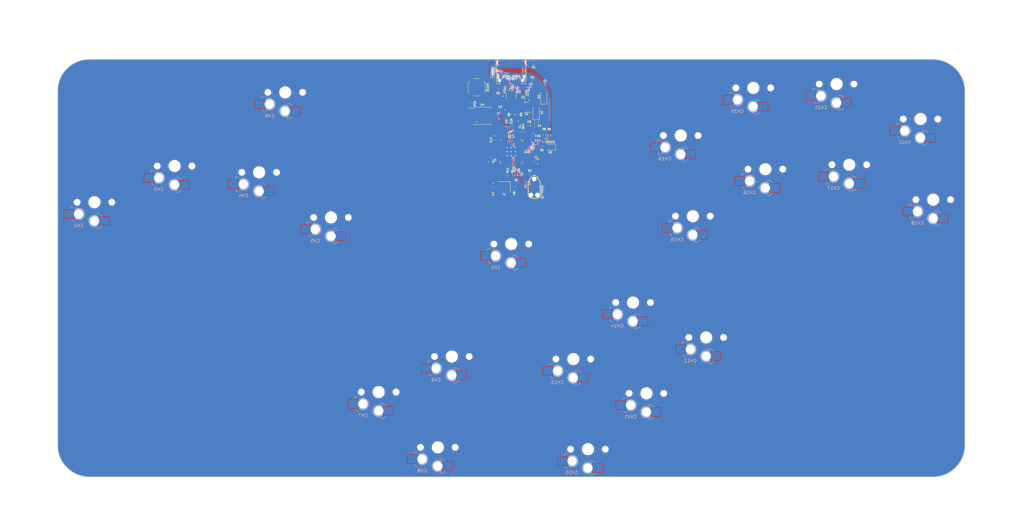
<source format=kicad_pcb>
(kicad_pcb (version 20221018) (generator pcbnew)
  (layers (0 "F.Cu" signal) (31 "B.Cu" signal) (34 "B.Paste" user) (35 "F.Paste" user) (36 "B.SilkS" user "B.Silkscreen") (37 "F.SilkS" user "F.Silkscreen") (38 "B.Mask" user) (39 "F.Mask" user) (44 "Edge.Cuts" user))
  (net 0 "")
  (net 1 "GND")
  (net 2 "+3V3")
  (net 3 "+5V")
  (net 4 "+1V1")
  (net 5 "XTAL_IN")
  (net 6 "/XTAL_O")
  (net 51 "Net-(D1-A)")
  (net 52 "3vCable")
  (net 53 "Net-(D3-A)")
  (net 54 "Net-(F1-Pad1)")
  (net 56 "Net-(J1-CC1)")
  (net 57 "DBUS+")
  (net 58 "DBUS-")
  (net 61 "DATA")
  (net 63 "Net-(J1-CC2)")
  (net 66 "Net-(J1-SHIELD)")
  (net 67 "SWD")
  (net 68 "~{RESET}")
  (net 69 "SWCLK")
  (net 71 "PICO_LED")
  (net 72 "VBUS_SENSE")
  (net 73 "D+")
  (net 74 "/D_+")
  (net 75 "D-")
  (net 76 "/D_-")
  (net 77 "/~{USB_BOOT}")
  (net 78 "CS")
  (net 79 "XTAL_OUT")
  (net 80 "START")
  (net 82 "RIGHT")
  (net 83 "DOWN")
  (net 84 "LEFT")
  (net 85 "L")
  (net 86 "M1")
  (net 87 "M2")
  (net 92 "C_UP")
  (net 93 "C_LT")
  (net 94 "A")
  (net 95 "C_DN")
  (net 96 "C_RT")
  (net 97 "UP")
  (net 98 "MS")
  (net 99 "Z")
  (net 100 "LS")
  (net 101 "X")
  (net 102 "Y")
  (net 104 "B")
  (net 105 "R")
  (net 107 "SD3")
  (net 108 "QSPI_CLK")
  (net 109 "SD0")
  (net 110 "SD2")
  (net 111 "SD1")
  (footprint "Capacitor_SMD:C_0402_1005Metric" (layer "F.Cu") (at 194.651334 89.930018 90)
    (fp_text reference "C8")
    (fp_text value "22pF")
  )
  (footprint "LED_SMD:LED_0805_2012Metric" (layer "F.Cu") (at 206.041084 77.375 180)
    (fp_text reference "D3")
    (fp_text value "GREEN")
  )
  (footprint "Resistor_SMD:R_0603_1608Metric" (layer "F.Cu") (at 200.778584 50.595 180)
    (fp_text reference "R1")
    (fp_text value "1M")
  )
  (footprint "Diode_SMD:D_SOD-123" (layer "F.Cu") (at 201.533584 66.285 90)
    (fp_text reference "D1")
    (fp_text value "Schottky Diode")
  )
  (footprint "Capacitor_SMD:C_0402_1005Metric" (layer "F.Cu") (at 197.445334 72.531018 90)
    (fp_text reference "C12")
    (fp_text value "100nF")
  )
  (footprint "marbastlib-various:CON_TC2030_outlined" (layer "F.Cu") (at 200.933584 89.995 -90)
    (fp_text reference "J2")
    (fp_text value "JTAG_TC2030")
  )
  (footprint "Capacitor_SMD:C_0402_1005Metric" (layer "F.Cu") (at 194.552584 86.35825 -90)
    (fp_text reference "C14")
    (fp_text value "100nF")
  )
  (footprint "Capacitor_SMD:C_0402_1005Metric" (layer "F.Cu") (at 201.003584 69.3 180)
    (fp_text reference "C9")
    (fp_text value "10uF")
  )
  (footprint "Capacitor_SMD:C_0402_1005Metric" (layer "F.Cu") (at 200.140584 73.78525)
    (fp_text reference "C16")
    (fp_text value "100nF")
  )
  (footprint "Capacitor_SMD:C_0402_1005Metric" (layer "F.Cu") (at 200.140584 75.30925)
    (fp_text reference "C17")
    (fp_text value "100nF")
  )
  (footprint "Package_SO:SOIC-8_5.23x5.23mm_P1.27mm" (layer "F.Cu") (at 184.533584 67.425)
    (fp_text reference "U4")
    (fp_text value "W25Q128JVS")
  )
  (footprint "Button_Switch_SMD:SW_SPST_SKQG_WithStem" (layer "F.Cu") (at 182.693584 58.375 -90)
    (fp_text reference "SW1" hide)
    (fp_text value "Boot")
  )
  (footprint "Capacitor_SMD:C_0402_1005Metric" (layer "F.Cu") (at 196.429334 72.531018 90)
    (fp_text reference "C4")
    (fp_text value "1uF")
  )
  (footprint "Fuse:Fuse_1206_3216Metric" (layer "F.Cu") (at 198.793584 59.335)
    (fp_text reference "F1")
    (fp_text value "500 mA")
  )
  (footprint "Resistor_SMD:R_0603_1608Metric" (layer "F.Cu") (at 194.093584 67.015 -90)
    (fp_text reference "R8")
    (fp_text value "27")
  )
  (footprint "Capacitor_SMD:C_0402_1005Metric" (layer "F.Cu") (at 197.983584 62.455 180)
    (fp_text reference "C2")
    (fp_text value "1uF")
  )
  (footprint "Capacitor_SMD:C_0402_1005Metric" (layer "F.Cu") (at 193.663584 70.73725 90)
    (fp_text reference "C10")
    (fp_text value "1uF")
  )
  (footprint "Package_TO_SOT_SMD:SOT-23" (layer "F.Cu") (at 198.436084 64.695 180)
    (fp_text reference "U1")
    (fp_text value "XC6206")
  )
  (footprint "Capacitor_SMD:C_0402_1005Metric" (layer "F.Cu") (at 187.948584 90.184018 -90)
    (fp_text reference "C7")
    (fp_text value "22pF")
  )
  (footprint "Resistor_SMD:R_0603_1608Metric" (layer "F.Cu") (at 204.113584 73.48 -90)
    (fp_text reference "R5")
    (fp_text value "5.6k")
  )
  (footprint "Capacitor_SMD:C_0402_1005Metric" (layer "F.Cu") (at 200.969584 81.690893 -45)
    (fp_text reference "C11")
    (fp_text value "100nF")
  )
  (footprint "Capacitor_SMD:C_0402_1005Metric" (layer "F.Cu") (at 196.076584 86.35825 -90)
    (fp_text reference "C6")
    (fp_text value "100nF")
  )
  (footprint "footprints:RP2040-QFN-56" (layer "F.Cu") (at 193.663584 78.77)
    (fp_text reference "U3")
    (fp_text value "RP2040")
  )
  (footprint "Crystal:Crystal_SMD_3225-4Pin_3.2x2.5mm" (layer "F.Cu") (at 191.377584 89.91425 180)
    (fp_text reference "Y1")
    (fp_text value "12MHz")
  )
  (footprint "Resistor_SMD:R_0402_1005Metric" (layer "F.Cu") (at 189.513584 59.105 180)
    (fp_text reference "R2")
    (fp_text value "5.1k")
  )
  (footprint "Resistor_SMD:R_0402_1005Metric" (layer "F.Cu") (at 199.583584 85.805 180)
    (fp_text reference "R7")
    (fp_text value "10k")
  )
  (footprint "footprints:TYPE-C_24P_QCHT" (layer "F.Cu") (at 193.662084 51.875 180)
    (fp_text reference "J1")
    (fp_text value "USB C Connector")
  )
  (footprint "Capacitor_SMD:C_0402_1005Metric" (layer "F.Cu") (at 201.003584 70.5)
    (fp_text reference "C1")
    (fp_text value "1uF")
  )
  (footprint "Package_TO_SOT_SMD:SOT-23-6" (layer "F.Cu") (at 193.663584 61.225 -90)
    (fp_text reference "U2")
    (fp_text value "USBLC6-2SC6")
  )
  (footprint "Capacitor_SMD:C_0402_1005Metric" (layer "F.Cu") (at 187.412334 80.913018 -135)
    (fp_text reference "C15")
    (fp_text value "100nF")
  )
  (footprint "Resistor_SMD:R_0402_1005Metric" (layer "F.Cu") (at 180.933584 63.595 -90)
    (fp_text reference "R10")
    (fp_text value "1k")
  )
  (footprint "Resistor_SMD:R_0603_1608Metric" (layer "F.Cu") (at 205.653584 73.48 90)
    (fp_text reference "R6")
    (fp_text value "10k")
  )
  (footprint "Capacitor_SMD:C_0402_1005Metric" (layer "F.Cu") (at 192.139584 70.73725 90)
    (fp_text reference "C5")
    (fp_text value "100nF")
  )
  (footprint "Resistor_SMD:R_0402_1005Metric" (layer "F.Cu") (at 203.413584 77.385)
    (fp_text reference "R4")
    (fp_text value "470")
  )
  (footprint "Capacitor_SMD:C_0402_1005Metric" (layer "F.Cu") (at 190.183584 65.515)
    (fp_text reference "C3")
    (fp_text value "100nF")
  )
  (footprint "Diode_SMD:D_SOD-123" (layer "F.Cu") (at 203.913584 61.355 90)
    (fp_text reference "D2")
    (fp_text value "Schottky Diode")
  )
  (footprint "Resistor_SMD:R_0603_1608Metric" (layer "F.Cu") (at 195.623584 67.015 -90)
    (fp_text reference "R9")
    (fp_text value "27")
  )
  (footprint "Resistor_SMD:R_0402_1005Metric" (layer "F.Cu") (at 192.520584 86.35825 90)
    (fp_text reference "R11")
    (fp_text value "1k")
  )
  (footprint "Resistor_SMD:R_0402_1005Metric" (layer "F.Cu") (at 200.343584 56.445)
    (fp_text reference "R3")
    (fp_text value "5.1k")
  )
  (footprint "Capacitor_SMD:C_0402_1005Metric" (layer "F.Cu") (at 188.428334 75.071018 90)
    (fp_text reference "C13")
    (fp_text value "100nF")
  )
  (footprint "ExtraFootprints:ModifiedMarbastlibChoc" (layer "B.Cu") (at 61.564478 94.829371 180)
    (fp_text reference "CH2")
    (fp_text value "choc_SW_HS" hide)
  )
  (footprint "ExtraFootprints:ModifiedMarbastlibChoc" (layer "B.Cu") (at 217.961321 173.19106 180)
    (fp_text reference "CH10")
    (fp_text value "choc_SW_HS" hide)
  )
  (footprint "ExtraFootprints:ModifiedMarbastlibChoc" (layer "B.Cu") (at 232.270826 126.657511 180)
    (fp_text reference "CH14")
    (fp_text value "choc_SW_HS" hide)
  )
  (footprint "ExtraFootprints:ModifiedMarbastlibChoc" (layer "B.Cu") (at 151.653896 155.061106 180)
    (fp_text reference "CH7")
    (fp_text value "choc_SW_HS" hide)
  )
  (footprint "ExtraFootprints:ModifiedMarbastlibChoc" (layer "B.Cu") (at 236.503214 155.463994 180)
    (fp_text reference "CH11")
    (fp_text value "choc_SW_HS" hide)
  )
  (footprint "ExtraFootprints:ModifiedMarbastlibChoc" (layer "B.Cu") (at 255.448193 137.736928 180)
    (fp_text reference "CH12")
    (fp_text value "choc_SW_HS" hide)
  )
  (footprint "ExtraFootprints:ModifiedMarbastlibChoc" (layer "B.Cu") (at 327.398803 94.023595 180)
    (fp_text reference "CH18")
    (fp_text value "choc_SW_HS" hide)
  )
  (footprint "ExtraFootprints:ModifiedMarbastlibChoc" (layer "B.Cu") (at 174.831264 143.780246 180)
    (fp_text reference "CH9")
    (fp_text value "choc_SW_HS" hide)
  )
  (footprint "ExtraFootprints:ModifiedMarbastlibChoc" (layer "B.Cu") (at 122.027175 59.97957 180)
    (fp_text reference "CH6")
    (fp_text value "choc_SW_HS" hide)
  )
  (footprint "ExtraFootprints:ModifiedMarbastlibChoc" (layer "B.Cu") (at 86.95881 83.347066 180)
    (fp_text reference "CH3")
    (fp_text value "choc_SW_HS" hide)
  )
  (footprint "ExtraFootprints:ModifiedMarbastlibChoc" (layer "B.Cu") (at 193.663584 108.1 180)
    (fp_text reference "CH1")
    (fp_text value "choc_SW_HS" hide)
  )
  (footprint "ExtraFootprints:ModifiedMarbastlibChoc" (layer "B.Cu") (at 113.76394 85.361505 180)
    (fp_text reference "CH4")
    (fp_text value "choc_SW_HS" hide)
  )
  (footprint "ExtraFootprints:ModifiedMarbastlibChoc" (layer "B.Cu") (at 300.795216 82.944179 180)
    (fp_text reference "CH17")
    (fp_text value "choc_SW_HS" hide)
  )
  (footprint "ExtraFootprints:ModifiedMarbastlibChoc" (layer "B.Cu") (at 296.764369 57.360799 180)
    (fp_text reference "CH21")
    (fp_text value "choc_SW_HS" hide)
  )
  (footprint "ExtraFootprints:ModifiedMarbastlibChoc" (layer "B.Cu") (at 323.367956 68.440215 180)
    (fp_text reference "CH22")
    (fp_text value "choc_SW_HS" hide)
  )
  (footprint "ExtraFootprints:ModifiedMarbastlibChoc" (layer "B.Cu") (at 270.362324 58.569462 180)
    (fp_text reference "CH20")
    (fp_text value "choc_SW_HS" hide)
  )
  (footprint "ExtraFootprints:ModifiedMarbastlibChoc" (layer "B.Cu") (at 274.191628 84.354286 180)
    (fp_text reference "CH16")
    (fp_text value "choc_SW_HS" hide)
  )
  (footprint "ExtraFootprints:ModifiedMarbastlibChoc" (layer "B.Cu") (at 251.215805 99.261137 180)
    (fp_text reference "CH15")
    (fp_text value "choc_SW_HS" hide)
  )
  (footprint "ExtraFootprints:ModifiedMarbastlibChoc" (layer "B.Cu") (at 213.325847 144.586021 180)
    (fp_text reference "CH13")
    (fp_text value "choc_SW_HS" hide)
  )
  (footprint "ExtraFootprints:ModifiedMarbastlibChoc" (layer "B.Cu") (at 170.397332 172.586728 180)
    (fp_text reference "CH8")
    (fp_text value "choc_SW_HS" hide)
  )
  (footprint "ExtraFootprints:ModifiedMarbastlibChoc" (layer "B.Cu") (at 136.538221 99.664025 180)
    (fp_text reference "CH5")
    (fp_text value "choc_SW_HS" hide)
  )
  (footprint "ExtraFootprints:ModifiedMarbastlibChoc" (layer "B.Cu") (at 247.3865 73.677757 180)
    (fp_text reference "CH19")
    (fp_text value "choc_SW_HS" hide)
  )
  (gr_arc (start 49.913584 59.53) (mid 52.842515 52.458927) (end 59.913584 49.53) (stroke (width 0.15)) (layer "Edge.Cuts"))
  (gr_arc (start 59.913584 181.93) (mid 52.842527 179.001062) (end 49.913584 171.93) (stroke (width 0.15)) (layer "Edge.Cuts"))
  (gr_arc (start 327.413584 49.53) (mid 334.484662 52.458927) (end 337.413584 59.53) (stroke (width 0.15)) (layer "Edge.Cuts"))
  (gr_line (start 59.913584 49.53) (end 327.413584 49.53) (stroke (width 0.15)) (layer "Edge.Cuts"))
  (gr_line (start 327.413584 181.93) (end 59.913584 181.93) (stroke (width 0.15)) (layer "Edge.Cuts"))
  (gr_line (start 337.413584 59.53) (end 337.413584 171.93) (stroke (width 0.15)) (layer "Edge.Cuts"))
  (gr_arc (start 337.413584 171.93) (mid 334.484651 179.001062) (end 327.413584 181.93) (stroke (width 0.15)) (layer "Edge.Cuts"))
  (gr_line (start 49.913584 171.93) (end 49.913584 59.53) (stroke (width 0.15)) (layer "Edge.Cuts"))
  (via (at 195.286334 87.771018) (size 0.6) (drill 0.3) (layers "F.Cu" "B.Cu") (net 0))
  (segment (start 188.428334 74.591018) (end 188.428334 73.801018) (width 0.381) (layer "F.Cu") (net 1))
  (segment (start 192.139584 70.25725) (end 193.663584 70.25725) (width 0.5) (layer "F.Cu") (net 1))
  (segment (start 197.445334 72.051018) (end 197.445334 71.134018) (width 0.2) (layer "F.Cu") (net 1))
  (segment (start 187.072923 81.252429) (end 186.396334 81.929018) (width 0.381) (layer "F.Cu") (net 1))
  (segment (start 180.971084 69.325) (end 182.696084 69.325) (width 0.5) (layer "F.Cu") (net 1))
  (segment (start 187.948584 88.787018) (end 187.948584 89.704018) (width 0.381) (layer "F.Cu") (net 1))
  (segment (start 192.663584 82.2075) (end 192.663584 82.928529) (width 0.2) (layer "F.Cu") (net 1))
  (segment (start 193.663584 60.0875) (end 193.663584 60.578369) (width 0.2) (layer "F.Cu") (net 1))
  (segment (start 199.743584 70.5) (end 199.733584 70.51) (width 0.5) (layer "F.Cu") (net 1))
  (segment (start 200.620334 72.945) (end 200.620334 73.785) (width 0.381) (layer "F.Cu") (net 1))
  (segment (start 194.651334 90.410018) (end 192.831816 90.410018) (width 0.381) (layer "F.Cu") (net 1))
  (segment (start 196.412084 55.635) (end 196.462084 55.585) (width 0.2) (layer "F.Cu") (net 1))
  (segment (start 190.663584 65.515) (end 191.673584 65.515) (width 0.5) (layer "F.Cu") (net 1))
  (segment (start 190.912084 55.635) (end 190.862084 55.585) (width 0.2) (layer "F.Cu") (net 1))
  (segment (start 191.113584 61.195) (end 191.083584 61.225) (width 0.2) (layer "F.Cu") (net 1))
  (segment (start 196.412084 56.795) (end 196.412084 55.635) (width 0.2) (layer "F.Cu") (net 1))
  (segment (start 200.620584 73.78525) (end 200.620584 75.30925) (width 0.381) (layer "F.Cu") (net 1))
  (segment (start 200.523584 70.5) (end 199.743584 70.5) (width 0.5) (layer "F.Cu") (net 1))
  (segment (start 200.523584 69.3) (end 200.523584 70.5) (width 0.5) (layer "F.Cu") (net 1))
  (segment (start 193.046953 61.195) (end 191.113584 61.195) (width 0.2) (layer "F.Cu") (net 1))
  (segment (start 201.985584 82.706893) (end 201.308995 82.030304) (width 0.2) (layer "F.Cu") (net 1))
  (segment (start 194.651334 90.410018) (end 194.651334 91.454018) (width 0.381) (layer "F.Cu") (net 1))
  (segment (start 190.912084 56.795) (end 190.912084 55.635) (width 0.2) (layer "F.Cu") (net 1))
  (segment (start 199.243584 62.455) (end 199.253584 62.445) (width 0.5) (layer "F.Cu") (net 1))
  (segment (start 192.355487 83.672341) (end 188.449009 87.578819) (width 0.2) (layer "F.Cu") (net 1))
  (segment (start 198.463584 62.455) (end 199.243584 62.455) (width 0.5) (layer "F.Cu") (net 1))
  (segment (start 192.230606 90.76425) (end 190.530606 89.06425) (width 0.254) (layer "F.Cu") (net 1))
  (segment (start 200.298584 91.265) (end 199.096323 91.265) (width 0.25) (layer "F.Cu") (net 1))
  (via (at 188.428334 73.801018) (size 0.6) (drill 0.3) (layers "F.Cu" "B.Cu") (net 1))
  (via (at 202.343584 69.35) (size 0.6) (drill 0.3) (layers "F.Cu" "B.Cu") (net 1))
  (via (at 187.948584 88.787018) (size 0.6) (drill 0.3) (layers "F.Cu" "B.Cu") (net 1))
  (via (at 191.083584 61.225) (size 0.6) (drill 0.3) (layers "F.Cu" "B.Cu") (net 1))
  (via (at 182.711084 69.34) (size 0.6) (drill 0.3) (layers "F.Cu" "B.Cu") (net 1))
  (via (at 200.620334 72.945) (size 0.6) (drill 0.3) (layers "F.Cu" "B.Cu") (net 1))
  (via (at 201.985584 82.706893) (size 0.6) (drill 0.3) (layers "F.Cu" "B.Cu") (net 1))
  (via (at 199.253584 62.445) (size 0.6) (drill 0.3) (layers "F.Cu" "B.Cu") (net 1))
  (via (at 197.445334 71.134018) (size 0.6) (drill 0.3) (layers "F.Cu" "B.Cu") (net 1))
  (via (at 199.096323 91.265) (size 0.6) (drill 0.3) (layers "F.Cu" "B.Cu") (net 1))
  (via (at 192.873334 69.610018) (size 0.6) (drill 0.3) (layers "F.Cu" "B.Cu") (net 1))
  (via (at 186.396334 81.929018) (size 0.6) (drill 0.3) (layers "F.Cu" "B.Cu") (net 1))
  (via (at 195.889584 69.117893) (size 0.6) (drill 0.3) (layers "F.Cu" "B.Cu") (net 1))
  (via (at 199.733584 70.51) (size 0.6) (drill 0.3) (layers "F.Cu" "B.Cu") (net 1))
  (via (at 193.984584 69.117893) (size 0.6) (drill 0.3) (layers "F.Cu" "B.Cu") (net 1))
  (via (at 194.651334 91.454018) (size 0.6) (drill 0.3) (layers "F.Cu" "B.Cu") (net 1))
  (via (at 191.683584 65.505) (size 0.6) (drill 0.3) (layers "F.Cu" "B.Cu") (net 1))
  (arc (start 187.948584 88.787018) (mid 188.07864 88.133116) (end 188.449009 87.578819) (width 0.2) (layer "F.Cu") (net 1))
  (arc (start 192.663584 82.928529) (mid 192.583512 83.331077) (end 192.355487 83.672341) (width 0.2) (layer "F.Cu") (net 1))
  (arc (start 193.046953 61.195) (mid 193.482977 61.014393) (end 193.663584 60.578369) (width 0.2) (layer "F.Cu") (net 1))
  (segment (start 194.638584 79.745) (end 194.938584 80.045) (width 0.635) (layer "B.Cu") (net 1))
  (segment (start 192.388584 80.045) (end 192.388584 77.495) (width 0.635) (layer "B.Cu") (net 1))
  (segment (start 194.938584 80.045) (end 194.938584 77.495) (width 0.635) (layer "B.Cu") (net 1))
  (segment (start 192.688584 79.745) (end 194.638584 79.745) (width 0.635) (layer "B.Cu") (net 1))
  (segment (start 192.388584 80.045) (end 192.688584 79.745) (width 0.635) (layer "B.Cu") (net 1))
  (segment (start 194.938584 77.495) (end 192.388584 77.495) (width 0.635) (layer "B.Cu") (net 1))
  (segment (start 193.663584 77.495) (end 193.663584 80.045) (width 0.635) (layer "B.Cu") (net 1))
  (segment (start 194.938584 78.77) (end 192.388584 78.77) (width 0.635) (layer "B.Cu") (net 1))
  (segment (start 195.863584 75.3325) (end 196.263584 74.9325) (width 0.2) (layer "F.Cu") (net 2))
  (segment (start 197.101084 76.17) (end 196.231834 76.17) (width 0.2) (layer "F.Cu") (net 2))
  (segment (start 196.263584 75.3325) (end 196.263584 76.13125) (width 0.2) (layer "F.Cu") (net 2))
  (segment (start 196.231834 76.17) (end 196.203584 76.19825) (width 0.2) (layer "F.Cu") (net 2))
  (segment (start 201.533584 70.45) (end 201.483584 70.5) (width 0.5) (layer "F.Cu") (net 2))
  (segment (start 198.797727 75.877107) (end 199.365584 75.30925) (width 0.2) (layer "F.Cu") (net 2))
  (segment (start 193.889334 72.150018) (end 193.889334 71.738) (width 0.2) (layer "F.Cu") (net 2))
  (segment (start 193.889334 71.738) (end 193.663584 71.51225) (width 0.2) (layer "F.Cu") (net 2))
  (segment (start 196.203584 76.19825) (end 195.863584 75.85825) (width 0.2) (layer "F.Cu") (net 2))
  (segment (start 189.703584 66.545) (end 189.703584 65.515) (width 0.5) (layer "F.Cu") (net 2))
  (segment (start 195.863584 75.85825) (end 195.863584 75.3325) (width 0.2) (layer "F.Cu") (net 2))
  (segment (start 197.101084 79.77) (end 196.228584 79.77) (width 0.2) (layer "F.Cu") (net 2))
  (segment (start 199.496323 88.745) (end 200.278584 88.745) (width 0.5) (layer "F.Cu") (net 2))
  (segment (start 193.863584 76.188268) (end 193.889334 76.214018) (width 0.2) (layer "F.Cu") (net 2))
  (segment (start 203.913584 63.005) (end 203.913584 63.905685) (width 0.5) (layer "F.Cu") (net 2))
  (segment (start 194.041734 74.4174) (end 194.044584 74.42025) (width 0.2) (layer "F.Cu") (net 2))
  (segment (start 197.101084 79.77) (end 198.689472 79.77) (width 0.2) (layer "F.Cu") (net 2))
  (segment (start 190.226084 79.77) (end 188.865341 79.77) (width 0.2) (layer "F.Cu") (net 2))
  (segment (start 189.703584 65.515) (end 188.158584 65.515) (width 0.5) (layer "F.Cu") (net 2))
  (segment (start 201.483584 70.734107) (end 201.483584 70.5) (width 0.5) (layer "F.Cu") (net 2))
  (segment (start 199.302709 80.024018) (end 200.630173 81.351482) (width 0.381) (layer "F.Cu") (net 2))
  (segment (start 194.552584 85.513268) (end 194.552584 85.87825) (width 0.5) (layer "F.Cu") (net 2))
  (segment (start 202.777931 66.857261) (end 201.700192 67.935) (width 0.5) (layer "F.Cu") (net 2))
  (segment (start 188.754423 75.877107) (end 188.428334 75.551018) (width 0.2) (layer "F.Cu") (net 2))
  (segment (start 193.863584 82.2075) (end 193.863584 81.47825) (width 0.2) (layer "F.Cu") (net 2))
  (segment (start 193.863584 74.766935) (end 193.863584 75.3325) (width 0.2) (layer "F.Cu") (net 2))
  (segment (start 190.226084 76.17) (end 191.393352 76.17) (width 0.2) (layer "F.Cu") (net 2))
  (segment (start 194.016334 84.977018) (end 194.552584 85.513268) (width 0.5) (layer "F.Cu") (net 2))
  (segment (start 188.383852 79.9695) (end 187.793334 80.560018) (width 0.381) (layer "F.Cu") (net 2))
  (segment (start 194.263584 75.3325) (end 194.263584 75.92625) (width 0.2) (layer "F.Cu") (net 2))
  (segment (start 193.863584 75.3325) (end 193.863584 76.188268) (width 0.2) (layer "F.Cu") (net 2))
  (segment (start 191.393352 76.17) (end 191.476334 76.087018) (width 0.2) (layer "F.Cu") (net 2))
  (segment (start 193.863584 84.824268) (end 193.863584 82.2075) (width 0.2) (layer "F.Cu") (net 2))
  (segment (start 196.556477 73.899875) (end 197.445334 73.011018) (width 0.2) (layer "F.Cu") (net 2))
  (segment (start 199.660584 73.78525) (end 199.660584 75.30925) (width 0.381) (layer "F.Cu") (net 2))
  (segment (start 190.980834 79.77) (end 190.996584 79.75425) (width 0.2) (layer "F.Cu") (net 2))
  (segment (start 194.016334 84.977018) (end 193.863584 84.824268) (width 0.2) (layer "F.Cu") (net 2))
  (segment (start 190.226084 76.17) (end 189.46153 76.17) (width 0.2) (layer "F.Cu") (net 2))
  (segment (start 197.101084 76.17) (end 198.09062 76.17) (width 0.2) (layer "F.Cu") (net 2))
  (segment (start 201.533584 67.935) (end 201.533584 70.45) (width 0.5) (layer "F.Cu") (net 2))
  (segment (start 194.044584 74.42025) (end 193.980741 74.484093) (width 0.2) (layer "F.Cu") (net 2))
  (segment (start 196.263584 75.3325) (end 196.263584 74.606982) (width 0.2) (layer "F.Cu") (net 2))
  (segment (start 196.263584 76.13125) (end 196.330584 76.19825) (width 0.2) (layer "F.Cu") (net 2))
  (segment (start 201.700192 67.935) (end 201.533584 67.935) (width 0.5) (layer "F.Cu") (net 2))
  (segment (start 194.041734 72.302418) (end 194.041734 74.4174) (width 0.2) (layer "F.Cu") (net 2))
  (segment (start 194.263584 75.3325) (end 194.263584 74.804935) (width 0.2) (layer "F.Cu") (net 2))
  (segment (start 199.365584 75.30925) (end 199.660584 75.30925) (width 0.381) (layer "F.Cu") (net 2))
  (segment (start 194.146426 74.522092) (end 194.044584 74.42025) (width 0.2) (layer "F.Cu") (net 2))
  (segment (start 193.889334 72.150018) (end 194.041734 72.302418) (width 0.2) (layer "F.Cu") (net 2))
  (segment (start 190.226084 79.77) (end 190.980834 79.77) (width 0.2) (layer "F.Cu") (net 2))
  (segment (start 199.866119 72.351572) (end 201.483584 70.734107) (width 0.5) (layer "F.Cu") (net 2))
  (segment (start 199.843584 87.626533) (end 199.843584 86.408462) (width 0.5) (layer "F.Cu") (net 2))
  (segment (start 197.445334 73.011018) (end 198.274075 73.011018) (width 0.5) (layer "F.Cu") (net 2))
  (via (at 193.889334 72.150018) (size 0.6) (drill 0.3) (layers "F.Cu" "B.Cu") (net 2))
  (via (at 194.016334 84.977018) (size 0.6) (drill 0.3) (layers "F.Cu" "B.Cu") (net 2))
  (via (at 189.703584 66.545) (size 0.6) (drill 0.3) (layers "F.Cu" "B.Cu") (net 2))
  (via (at 199.496323 88.745) (size 0.6) (drill 0.3) (layers "F.Cu" "B.Cu") (net 2))
  (arc (start 196.556477 73.899875) (mid 196.339704 74.224298) (end 196.263584 74.606982) (width 0.2) (layer "F.Cu") (net 2))
  (arc (start 194.263584 74.804935) (mid 194.233136 74.651861) (end 194.146426 74.522092) (width 0.2) (layer "F.Cu") (net 2))
  (arc (start 198.09062 76.17) (mid 198.473303 76.09388) (end 198.797727 75.877107) (width 0.2) (layer "F.Cu") (net 2))
  (arc (start 193.863584 74.766935) (mid 193.894032 74.613862) (end 193.980741 74.484093) (width 0.2) (layer "F.Cu") (net 2))
  (arc (start 199.843584 87.626533) (mid 199.961835 88.221019) (end 200.298584 88.725) (width 0.5) (layer "F.Cu") (net 2))
  (arc (start 203.913584 63.905685) (mid 203.619278 65.486424) (end 202.777931 66.857261) (width 0.5) (layer "F.Cu") (net 2))
  (arc (start 200.093584 85.805) (mid 199.908541 86.081905) (end 199.843584 86.408462) (width 0.5) (layer "F.Cu") (net 2))
  (arc (start 199.866119 72.351572) (mid 199.135683 72.839634) (end 198.274075 73.011018) (width 0.5) (layer "F.Cu") (net 2))
  (arc (start 188.754423 75.877107) (mid 189.078846 76.09388) (end 189.46153 76.17) (width 0.2) (layer "F.Cu") (net 2))
  (arc (start 188.383852 79.9695) (mid 188.604818 79.82182) (end 188.865341 79.77) (width 0.2) (layer "F.Cu") (net 2))
  (arc (start 199.302709 80.024018) (mid 199.021346 79.836013) (end 198.689472 79.77) (width 0.2) (layer "F.Cu") (net 2))
  (segment (start 198.19853 88.745) (end 199.496323 88.745) (width 0.5) (layer "B.Cu") (net 2))
  (segment (start 190.707154 68.967838) (end 193.889334 72.150018) (width 0.5) (layer "B.Cu") (net 2))
  (segment (start 194.016334 84.977018) (end 197.491423 88.452107) (width 0.5) (layer "B.Cu") (net 2))
  (arc (start 197.491423 88.452107) (mid 197.815846 88.66888) (end 198.19853 88.745) (width 0.5) (layer "B.Cu") (net 2))
  (arc (start 189.703584 66.545) (mid 189.964403 67.856232) (end 190.707154 68.967838) (width 0.5) (layer "B.Cu") (net 2))
  (segment (start 204.113584 71.610584) (end 204.113584 72.655) (width 0.5) (layer "F.Cu") (net 3))
  (segment (start 194.149269 61.195) (end 198.488584 61.195) (width 0.2) (layer "F.Cu") (net 3))
  (segment (start 198.823584 61.205) (end 204.413584 61.205) (width 0.5) (layer "F.Cu") (net 3))
  (segment (start 197.498584 62.205) (end 197.498584 64.695) (width 0.5) (layer "F.Cu") (net 3))
  (segment (start 204.886376 70.092208) (end 204.640792 70.337792) (width 0.5) (layer "F.Cu") (net 3))
  (segment (start 199.193584 61.205) (end 198.823584 61.205) (width 0.5) (layer "F.Cu") (net 3))
  (segment (start 198.488584 61.195) (end 198.498584 61.205) (width 0.2) (layer "F.Cu") (net 3))
  (segment (start 198.823584 61.205) (end 198.498584 61.205) (width 0.5) (layer "F.Cu") (net 3))
  (segment (start 193.663584 61.801824) (end 193.663584 61.895) (width 0.2) (layer "F.Cu") (net 3))
  (segment (start 205.413584 62.205) (end 205.413584 68.819416) (width 0.5) (layer "F.Cu") (net 3))
  (segment (start 200.193584 59.335) (end 200.193584 60.205) (width 0.5) (layer "F.Cu") (net 3))
  (arc (start 204.886376 70.092208) (mid 205.276567 69.508246) (end 205.413584 68.819416) (width 0.5) (layer "F.Cu") (net 3))
  (arc (start 193.866427 61.312157) (mid 193.716293 61.536834) (end 193.663584 61.801824) (width 0.2) (layer "F.Cu") (net 3))
  (arc (start 197.498584 62.205) (mid 197.791477 61.497893) (end 198.498584 61.205) (width 0.5) (layer "F.Cu") (net 3))
  (arc (start 204.640792 70.337792) (mid 204.250601 70.921754) (end 204.113584 71.610584) (width 0.5) (layer "F.Cu") (net 3))
  (arc (start 204.413584 61.205) (mid 205.120691 61.497893) (end 205.413584 62.205) (width 0.5) (layer "F.Cu") (net 3))
  (arc (start 200.193584 60.205) (mid 199.900691 60.912107) (end 199.193584 61.205) (width 0.5) (layer "F.Cu") (net 3))
  (arc (start 194.149269 61.195) (mid 193.996196 61.225448) (end 193.866427 61.312157) (width 0.2) (layer "F.Cu") (net 3))
  (segment (start 196.937334 85.866018) (end 196.925102 85.87825) (width 0.5) (layer "F.Cu") (net 4))
  (segment (start 196.925102 85.87825) (end 196.076584 85.87825) (width 0.5) (layer "F.Cu") (net 4))
  (segment (start 193.463584 73.491464) (end 193.463584 75.3325) (width 0.2) (layer "F.Cu") (net 4))
  (segment (start 195.975897 73.464455) (end 196.429334 73.011018) (width 0.2) (layer "F.Cu") (net 4))
  (segment (start 196.076584 85.831778) (end 196.076584 85.87825) (width 0.2) (layer "F.Cu") (net 4))
  (segment (start 193.028584 72.64225) (end 192.309968 71.923634) (width 0.381) (layer "F.Cu") (net 4))
  (segment (start 195.463584 75.3325) (end 195.463584 74.701287) (width 0.2) (layer "F.Cu") (net 4))
  (segment (start 195.463584 75.3325) (end 195.463584 76.17625) (width 0.2) (layer "F.Cu") (net 4))
  (segment (start 195.463584 76.17625) (end 195.314584 76.32525) (width 0.2) (layer "F.Cu") (net 4))
  (segment (start 194.263584 82.2075) (end 194.263584 83.356036) (width 0.2) (layer "F.Cu") (net 4))
  (segment (start 193.028584 72.64225) (end 193.170691 72.784357) (width 0.2) (layer "F.Cu") (net 4))
  (segment (start 194.556477 84.063143) (end 195.900826 85.407492) (width 0.2) (layer "F.Cu") (net 4))
  (via (at 196.937334 85.866018) (size 0.6) (drill 0.3) (layers "F.Cu" "B.Cu") (net 4))
  (via (at 193.028584 72.64225) (size 0.6) (drill 0.3) (layers "F.Cu" "B.Cu") (net 4))
  (via (at 194.270334 80.8695) (size 0.6) (drill 0.35) (layers "F.Cu" "B.Cu") (net 4))
  (via (at 194.397334 76.63225) (size 0.6) (drill 0.35) (layers "F.Cu" "B.Cu") (net 4))
  (arc (start 193.170691 72.784357) (mid 193.387464 73.10878) (end 193.463584 73.491464) (width 0.2) (layer "F.Cu") (net 4))
  (arc (start 195.900826 85.407492) (mid 196.030902 85.602161) (end 196.076584 85.831778) (width 0.2) (layer "F.Cu") (net 4))
  (arc (start 194.556477 84.063143) (mid 194.339704 83.73872) (end 194.263584 83.356036) (width 0.2) (layer "F.Cu") (net 4))
  (arc (start 195.975897 73.464455) (mid 195.59673 74.031918) (end 195.463584 74.701287) (width 0.2) (layer "F.Cu") (net 4))
  (arc (start 192.309968 71.923634) (mid 192.183866 71.734908) (end 192.139584 71.51225) (width 0.381) (layer "F.Cu") (net 4))
  (segment (start 194.270334 80.8695) (end 194.270334 83.502786) (width 0.381) (layer "B.Cu") (net 4))
  (segment (start 194.397334 76.63225) (end 193.321477 75.556393) (width 0.381) (layer "B.Cu") (net 4))
  (segment (start 193.028584 74.849286) (end 193.028584 72.64225) (width 0.381) (layer "B.Cu") (net 4))
  (segment (start 194.563227 84.209893) (end 195.926459 85.573125) (width 0.381) (layer "B.Cu") (net 4))
  (segment (start 196.633566 85.866018) (end 196.937334 85.866018) (width 0.381) (layer "B.Cu") (net 4))
  (arc (start 194.563227 84.209893) (mid 194.346454 83.88547) (end 194.270334 83.502786) (width 0.381) (layer "B.Cu") (net 4))
  (arc (start 193.321477 75.556393) (mid 193.104704 75.23197) (end 193.028584 74.849286) (width 0.381) (layer "B.Cu") (net 4))
  (arc (start 195.926459 85.573125) (mid 196.250882 85.789898) (end 196.633566 85.866018) (width 0.381) (layer "B.Cu") (net 4))
  (segment (start 187.948584 90.664018) (end 190.177352 90.664018) (width 0.2) (layer "F.Cu") (net 5))
  (segment (start 188.964584 88.331867) (end 188.964584 88.804498) (width 0.2) (layer "F.Cu") (net 5))
  (segment (start 189.479889 90.048555) (end 190.195584 90.76425) (width 0.2) (layer "F.Cu") (net 5))
  (segment (start 193.063584 82.2075) (end 193.063584 83.112819) (width 0.2) (layer "F.Cu") (net 5))
  (segment (start 192.769123 83.823711) (end 189.462117 87.130717) (width 0.2) (layer "F.Cu") (net 5))
  (arc (start 188.964584 88.331867) (mid 189.093889 87.681809) (end 189.462117 87.130717) (width 0.2) (layer "F.Cu") (net 5))
  (arc (start 193.063584 83.112819) (mid 192.987056 83.497551) (end 192.769123 83.823711) (width 0.2) (layer "F.Cu") (net 5))
  (arc (start 188.964584 88.804498) (mid 189.098507 89.477777) (end 189.479889 90.048555) (width 0.2) (layer "F.Cu") (net 5))
  (segment (start 194.651334 89.450018) (end 192.863352 89.450018) (width 0.2) (layer "F.Cu") (net 6))
  (segment (start 192.520584 89.02125) (end 192.520584 86.86825) (width 0.2) (layer "F.Cu") (net 6))
  (segment (start 201.501816 64.603232) (end 201.533584 64.635) (width 0.5) (layer "F.Cu") (net 51))
  (segment (start 201.501816 64.485563) (end 201.501816 64.603232) (width 0.5) (layer "F.Cu") (net 51))
  (segment (start 199.373584 63.745) (end 200.533584 63.745) (width 0.5) (layer "F.Cu") (net 51))
  (arc (start 200.533584 63.745) (mid 201.142345 63.951647) (end 201.501816 64.485563) (width 0.5) (layer "F.Cu") (net 51))
  (segment (start 204.345173 56.343411) (end 204.343584 56.345) (width 0.2) (layer "F.Cu") (net 52))
  (segment (start 191.262084 54.885) (end 190.486398 54.109314) (width 0.2) (layer "F.Cu") (net 52))
  (segment (start 189.209269 53.640685) (end 188.083584 52.515) (width 0.2) (layer "F.Cu") (net 52))
  (segment (start 195.912084 56.795) (end 195.912084 57.412864) (width 0.2) (layer "F.Cu") (net 52))
  (segment (start 202.904145 58.695561) (end 203.913584 59.705) (width 0.2) (layer "F.Cu") (net 52))
  (segment (start 189.920713 53.875) (end 189.774955 53.875) (width 0.2) (layer "F.Cu") (net 52))
  (segment (start 204.343584 59.275) (end 203.913584 59.705) (width 0.2) (layer "F.Cu") (net 52))
  (segment (start 204.343584 56.345) (end 204.343584 59.275) (width 0.2) (layer "F.Cu") (net 52))
  (segment (start 196.379269 57.975) (end 201.164557 57.975) (width 0.2) (layer "F.Cu") (net 52))
  (via (at 188.083584 52.515) (size 0.8) (drill 0.4) (layers "F.Cu" "B.Cu") (net 52))
  (via (at 204.345173 56.343411) (size 0.6) (drill 0.3) (layers "F.Cu" "B.Cu") (net 52))
  (arc (start 195.912084 57.412864) (mid 195.959982 57.653661) (end 196.096427 57.857843) (width 0.2) (layer "F.Cu") (net 52))
  (arc (start 201.164557 57.975) (mid 202.106015 58.162268) (end 202.904145 58.695561) (width 0.2) (layer "F.Cu") (net 52))
  (arc (start 190.486398 54.109314) (mid 190.226859 53.935896) (end 189.920713 53.875) (width 0.2) (layer "F.Cu") (net 52))
  (arc (start 189.774955 53.875) (mid 189.468808 53.814103) (end 189.209269 53.640685) (width 0.2) (layer "F.Cu") (net 52))
  (arc (start 196.379269 57.975) (mid 196.226196 57.944552) (end 196.096427 57.857843) (width 0.2) (layer "F.Cu") (net 52))
  (segment (start 188.083584 52.515) (end 198.526918 52.515) (width 0.2) (layer "B.Cu") (net 52))
  (segment (start 201.923794 53.922032) (end 204.345173 56.343411) (width 0.2) (layer "B.Cu") (net 52))
  (arc (start 201.923794 53.922032) (mid 200.365294 52.880676) (end 198.526918 52.515) (width 0.2) (layer "B.Cu") (net 52))
  (segment (start 205.093584 77.385) (end 205.103584 77.375) (width 0.2) (layer "F.Cu") (net 53))
  (segment (start 203.923584 77.385) (end 205.093584 77.385) (width 0.2) (layer "F.Cu") (net 53))
  (segment (start 192.412084 55.635) (end 192.462084 55.585) (width 0.25) (layer "F.Cu") (net 54))
  (segment (start 196.747798 59.315) (end 197.633584 59.315) (width 0.2) (layer "F.Cu") (net 54))
  (segment (start 194.912084 56.795) (end 194.912084 55.635) (width 0.25) (layer "F.Cu") (net 54))
  (segment (start 192.004948 58.333636) (end 191.753584 58.585) (width 0.2) (layer "F.Cu") (net 54))
  (segment (start 194.912084 56.795) (end 194.912084 57.049141) (width 0.2) (layer "F.Cu") (net 54))
  (segment (start 195.509136 58.490552) (end 195.603584 58.585) (width 0.2) (layer "F.Cu") (net 54))
  (segment (start 192.412084 56.795) (end 192.412084 55.635) (width 0.25) (layer "F.Cu") (net 54))
  (segment (start 194.912084 55.635) (end 194.862084 55.585) (width 0.25) (layer "F.Cu") (net 54))
  (segment (start 192.412084 56.795) (end 192.412084 57.350723) (width 0.2) (layer "F.Cu") (net 54))
  (segment (start 195.603584 58.585) (end 196.040691 59.022107) (width 0.2) (layer "F.Cu") (net 54))
  (via (at 191.753584 58.585) (size 0.6) (drill 0.3) (layers "F.Cu" "B.Cu") (net 54))
  (via (at 195.603584 58.585) (size 0.6) (drill 0.3) (layers "F.Cu" "B.Cu") (net 54))
  (arc (start 196.747798 59.315) (mid 196.365115 59.23888) (end 196.040691 59.022107) (width 0.2) (layer "F.Cu") (net 54))
  (arc (start 192.004948 58.333636) (mid 192.306273 57.882672) (end 192.412084 57.350723) (width 0.2) (layer "F.Cu") (net 54))
  (arc (start 195.509136 58.490552) (mid 195.067253 57.829227) (end 194.912084 57.049141) (width 0.2) (layer "F.Cu") (net 54))
  (segment (start 191.753584 58.585) (end 195.603584 58.585) (width 0.2) (layer "B.Cu") (net 54))
  (segment (start 194.633759 58.230961) (end 194.633759 58.08679) (width 0.2) (layer "F.Cu") (net 56))
  (segment (start 195.683584 59.695) (end 194.926652 58.938068) (width 0.2) (layer "F.Cu") (net 56))
  (segment (start 199.833584 56.445) (end 199.833584 57.3755) (width 0.2) (layer "F.Cu") (net 56))
  (segment (start 194.517352 57.504701) (end 194.470662 57.458011) (width 0.2) (layer "F.Cu") (net 56))
  (segment (start 194.568741 57.592961) (end 194.569115 57.594356) (width 0.2) (layer "F.Cu") (net 56))
  (segment (start 194.412084 57.31659) (end 194.412084 56.795) (width 0.2) (layer "F.Cu") (net 56))
  (via (at 199.833584 57.3755) (size 0.6) (drill 0.3) (layers "F.Cu" "B.Cu") (net 56))
  (via (at 195.693584 59.685) (size 0.6) (drill 0.3) (layers "F.Cu" "B.Cu") (net 56))
  (arc (start 194.633759 58.230961) (mid 194.709879 58.613644) (end 194.926652 58.938068) (width 0.2) (layer "F.Cu") (net 56))
  (arc (start 194.412084 57.31659) (mid 194.427308 57.393126) (end 194.470662 57.458011) (width 0.2) (layer "F.Cu") (net 56))
  (arc (start 194.569115 57.594356) (mid 194.549135 57.546121) (end 194.517352 57.504701) (width 0.2) (layer "F.Cu") (net 56))
  (arc (start 194.568741 57.592961) (mid 194.617435 57.837745) (end 194.633759 58.08679) (width 0.2) (layer "F.Cu") (net 56))
  (segment (start 195.693584 59.685) (end 198.108014 59.685) (width 0.2) (layer "B.Cu") (net 56))
  (segment (start 199.833584 57.95943) (end 199.833584 57.3755) (width 0.2) (layer "B.Cu") (net 56))
  (arc (start 199.833584 57.95943) (mid 199.328176 59.179592) (end 198.108014 59.685) (width 0.2) (layer "B.Cu") (net 56))
  (segment (start 194.613584 60.0875) (end 194.613584 59.949214) (width 0.2) (layer "F.Cu") (net 57))
  (segment (start 194.320691 59.242107) (end 194.204977 59.126393) (width 0.2) (layer "F.Cu") (net 57))
  (segment (start 193.912084 58.419286) (end 193.912084 56.795) (width 0.2) (layer "F.Cu") (net 57))
  (via (at 194.011584 57.885) (size 0.6) (drill 0.3) (layers "F.Cu" "B.Cu") (net 57))
  (arc (start 194.613584 59.949214) (mid 194.537464 59.566531) (end 194.320691 59.242107) (width 0.2) (layer "F.Cu") (net 57))
  (arc (start 193.912084 58.419286) (mid 193.988204 58.801969) (end 194.204977 59.126393) (width 0.2) (layer "F.Cu") (net 57))
  (segment (start 194.011584 57.885) (end 193.752079 57.625495) (width 0.2) (layer "B.Cu") (net 57))
  (segment (start 193.262084 56.442542) (end 193.262084 55.585) (width 0.2) (layer "B.Cu") (net 57))
  (arc (start 193.262084 56.442542) (mid 193.38943 57.082751) (end 193.752079 57.625495) (width 0.2) (layer "B.Cu") (net 57))
  (segment (start 193.412084 56.760714) (end 193.412082 56.626875) (width 0.2) (layer "F.Cu") (net 58))
  (segment (start 193.61033 56.148254) (end 194.062084 55.6965) (width 0.2) (layer "F.Cu") (net 58))
  (segment (start 193.006477 59.212107) (end 193.119191 59.099393) (width 0.2) (layer "F.Cu") (net 58))
  (segment (start 193.412084 58.392286) (end 193.412084 56.795) (width 0.2) (layer "F.Cu") (net 58))
  (segment (start 192.713584 60.0875) (end 192.713584 59.919214) (width 0.2) (layer "F.Cu") (net 58))
  (segment (start 194.062084 55.6965) (end 194.062084 55.585) (width 0.2) (layer "F.Cu") (net 58))
  (segment (start 193.412084 56.795) (end 193.412084 56.760714) (width 0.2) (layer "F.Cu") (net 58))
  (arc (start 193.412082 56.626875) (mid 193.463603 56.367847) (end 193.61033 56.148254) (width 0.2) (layer "F.Cu") (net 58))
  (arc (start 193.412084 58.392286) (mid 193.335964 58.774969) (end 193.119191 59.099393) (width 0.2) (layer "F.Cu") (net 58))
  (arc (start 192.713584 59.919214) (mid 192.789704 59.536531) (end 193.006477 59.212107) (width 0.2) (layer "F.Cu") (net 58))
  (segment (start 197.101084 76.97) (end 198.312192 76.97) (width 0.2) (layer "F.Cu") (net 61))
  (segment (start 188.630691 58.002107) (end 188.476477 57.847893) (width 0.25) (layer "F.Cu") (net 61))
  (segment (start 199.85562 76.255) (end 200.643584 76.255) (width 0.2) (layer "F.Cu") (net 61))
  (segment (start 191.412084 56.795) (end 191.412084 57.092286) (width 0.25) (layer "F.Cu") (net 61))
  (segment (start 199.019299 76.677107) (end 199.148513 76.547893) (width 0.2) (layer "F.Cu") (net 61))
  (segment (start 190.20937 58.295) (end 189.337798 58.295) (width 0.25) (layer "F.Cu") (net 61))
  (segment (start 191.119191 57.799393) (end 190.916477 58.002107) (width 0.25) (layer "F.Cu") (net 61))
  (segment (start 188.183584 57.140786) (end 188.183584 53.615) (width 0.25) (layer "F.Cu") (net 61))
  (via (at 200.606698 76.243) (size 0.6) (drill 0.3) (layers "F.Cu" "B.Cu") (net 61))
  (via (at 188.183584 53.615) (size 0.8) (drill 0.4) (layers "F.Cu" "B.Cu") (net 61))
  (arc (start 190.916477 58.002107) (mid 190.592054 58.21888) (end 190.20937 58.295) (width 0.25) (layer "F.Cu") (net 61))
  (arc (start 189.337798 58.295) (mid 188.955115 58.21888) (end 188.630691 58.002107) (width 0.25) (layer "F.Cu") (net 61))
  (arc (start 191.119191 57.799393) (mid 191.335964 57.47497) (end 191.412084 57.092286) (width 0.25) (layer "F.Cu") (net 61))
  (arc (start 198.312192 76.97) (mid 198.694875 76.89388) (end 199.019299 76.677107) (width 0.2) (layer "F.Cu") (net 61))
  (arc (start 199.85562 76.255) (mid 199.472937 76.33112) (end 199.148513 76.547893) (width 0.2) (layer "F.Cu") (net 61))
  (arc (start 188.476477 57.847893) (mid 188.259704 57.52347) (end 188.183584 57.140786) (width 0.25) (layer "F.Cu") (net 61))
  (segment (start 206.123584 60.705612) (end 206.123584 72.202359) (width 0.25) (layer "B.Cu") (net 61))
  (segment (start 195.673477 53.907893) (end 196.062084 54.2965) (width 0.25) (layer "B.Cu") (net 61))
  (segment (start 201.291825 76.255) (end 200.643584 76.255) (width 0.25) (layer "B.Cu") (net 61))
  (segment (start 205.244905 74.323679) (end 204.743183 74.825401) (width 0.25) (layer "B.Cu") (net 61))
  (segment (start 188.183584 53.615) (end 194.96637 53.615) (width 0.25) (layer "B.Cu") (net 61))
  (segment (start 196.062084 54.2965) (end 196.400691 53.957893) (width 0.25) (layer "B.Cu") (net 61))
  (segment (start 201.662263 54.543679) (end 204.92107 57.802486) (width 0.25) (layer "B.Cu") (net 61))
  (segment (start 196.062084 54.885) (end 196.062084 54.2965) (width 0.25) (layer "B.Cu") (net 61))
  (segment (start 197.107798 53.665) (end 199.540943 53.665) (width 0.25) (layer "B.Cu") (net 61))
  (arc (start 204.92107 57.802486) (mid 205.811061 59.134452) (end 206.123584 60.705612) (width 0.25) (layer "B.Cu") (net 61))
  (arc (start 196.400691 53.957893) (mid 196.725115 53.74112) (end 197.107798 53.665) (width 0.25) (layer "B.Cu") (net 61))
  (arc (start 204.743183 74.825401) (mid 203.159686 75.88346) (end 201.291825 76.255) (width 0.25) (layer "B.Cu") (net 61))
  (arc (start 194.96637 53.615) (mid 195.349053 53.69112) (end 195.673477 53.907893) (width 0.25) (layer "B.Cu") (net 61))
  (arc (start 199.540943 53.665) (mid 200.688993 53.893361) (end 201.662263 54.543679) (width 0.25) (layer "B.Cu") (net 61))
  (arc (start 206.123584 72.202359) (mid 205.895223 73.350409) (end 205.244905 74.323679) (width 0.25) (layer "B.Cu") (net 61))
  (segment (start 188.514954 51.755) (end 187.816364 51.755) (width 0.2) (layer "F.Cu") (net 63))
  (segment (start 192.862084 54.885) (end 192.862084 54.44594) (width 0.2) (layer "F.Cu") (net 63))
  (segment (start 187.283584 52.28778) (end 187.283584 58.105) (width 0.2) (layer "F.Cu") (net 63))
  (segment (start 192.462084 54.04594) (end 191.605895 54.04594) (width 0.2) (layer "F.Cu") (net 63))
  (segment (start 191.040209 53.811625) (end 190.667898 53.439314) (width 0.2) (layer "F.Cu") (net 63))
  (segment (start 188.283584 59.105) (end 189.003584 59.105) (width 0.2) (layer "F.Cu") (net 63))
  (segment (start 189.399269 52.970685) (end 189.077898 52.649314) (width 0.2) (layer "F.Cu") (net 63))
  (segment (start 190.102213 53.205) (end 189.964955 53.205) (width 0.2) (layer "F.Cu") (net 63))
  (arc (start 192.862084 54.44594) (mid 192.744927 54.163097) (end 192.462084 54.04594) (width 0.2) (layer "F.Cu") (net 63))
  (arc (start 188.843584 52.083629) (mid 188.747331 51.851253) (end 188.514954 51.755) (width 0.2) (layer "F.Cu") (net 63))
  (arc (start 187.283584 58.105) (mid 187.576477 58.812107) (end 188.283584 59.105) (width 0.2) (layer "F.Cu") (net 63))
  (arc (start 187.816364 51.755) (mid 187.439632 51.911048) (end 187.283584 52.28778) (width 0.2) (layer "F.Cu") (net 63))
  (arc (start 189.077898 52.649314) (mid 188.90448 52.389775) (end 188.843584 52.083629) (width 0.2) (layer "F.Cu") (net 63))
  (arc (start 191.605895 54.04594) (mid 191.299748 53.985043) (end 191.040209 53.811625) (width 0.2) (layer "F.Cu") (net 63))
  (arc (start 189.964955 53.205) (mid 189.658808 53.144103) (end 189.399269 52.970685) (width 0.2) (layer "F.Cu") (net 63))
  (arc (start 190.667898 53.439314) (mid 190.408359 53.265896) (end 190.102213 53.205) (width 0.2) (layer "F.Cu") (net 63))
  (segment (start 189.172084 50.595) (end 198.152084 50.595) (width 0.5) (layer "F.Cu") (net 66))
  (segment (start 197.717084 54.985) (end 197.717084 51.03) (width 0.5) (layer "F.Cu") (net 66))
  (segment (start 198.152084 50.595) (end 199.953584 50.595) (width 0.5) (layer "F.Cu") (net 66))
  (segment (start 197.717084 51.03) (end 198.152084 50.595) (width 0.5) (layer "F.Cu") (net 66))
  (segment (start 186.983584 53.985) (end 186.983584 51.595) (width 0.5) (layer "B.Cu") (net 66))
  (segment (start 189.457084 54.985) (end 187.983584 54.985) (width 0.5) (layer "B.Cu") (net 66))
  (segment (start 187.983584 50.595) (end 189.172084 50.595) (width 0.5) (layer "B.Cu") (net 66))
  (arc (start 186.983584 51.595) (mid 187.276477 50.887893) (end 187.983584 50.595) (width 0.5) (layer "B.Cu") (net 66))
  (arc (start 187.983584 54.985) (mid 187.276477 54.692107) (end 186.983584 53.985) (width 0.5) (layer "B.Cu") (net 66))
  (segment (start 195.356475 83.637173) (end 195.384066 83.664764) (width 0.2) (layer "F.Cu") (net 67))
  (segment (start 196.188648 83.998058) (end 196.310751 83.998058) (width 0.2) (layer "F.Cu") (net 67))
  (segment (start 200.250604 93.985) (end 200.998191 93.985) (width 0.2) (layer "F.Cu") (net 67))
  (segment (start 197.32414 84.417818) (end 197.997443 85.091121) (width 0.2) (layer "F.Cu") (net 67))
  (segment (start 203.775378 89.336794) (end 203.586477 89.147893) (width 0.2) (layer "F.Cu") (net 67))
  (segment (start 202.87937 88.855) (end 201.543584 88.855) (width 0.2) (layer "F.Cu") (net 67))
  (segment (start 198.496823 86.296731) (end 198.496823 92.663971) (width 0.2) (layer "F.Cu") (net 67))
  (segment (start 198.789716 93.371132) (end 198.80465 93.386066) (width 0.2) (layer "F.Cu") (net 67))
  (segment (start 195.063584 82.2075) (end 195.063584 82.930068) (width 0.2) (layer "F.Cu") (net 67))
  (segment (start 204.023584 90.705427) (end 204.023584 89.936016) (width 0.2) (layer "F.Cu") (net 67))
  (segment (start 202.526723 93.351861) (end 203.210713 92.667871) (width 0.2) (layer "F.Cu") (net 67))
  (arc (start 195.356475 83.637173) (mid 195.139704 83.31275) (end 195.063584 82.930068) (width 0.2) (layer "F.Cu") (net 67))
  (arc (start 200.998191 93.985) (mid 201.825427 93.820453) (end 202.526723 93.351861) (width 0.2) (layer "F.Cu") (net 67))
  (arc (start 203.210713 92.667871) (mid 203.812325 91.767494) (end 204.023584 90.705427) (width 0.2) (layer "F.Cu") (net 67))
  (arc (start 196.310751 83.998058) (mid 196.859193 84.10715) (end 197.32414 84.417818) (width 0.2) (layer "F.Cu") (net 67))
  (arc (start 198.80465 93.386066) (mid 199.468059 93.829342) (end 200.250604 93.985) (width 0.2) (layer "F.Cu") (net 67))
  (arc (start 195.384066 83.664764) (mid 195.753207 83.911437) (end 196.188648 83.998058) (width 0.2) (layer "F.Cu") (net 67))
  (arc (start 203.586477 89.147893) (mid 203.262053 88.93112) (end 202.87937 88.855) (width 0.2) (layer "F.Cu") (net 67))
  (arc (start 198.496823 92.663971) (mid 198.572949 93.046694) (end 198.789716 93.371132) (width 0.2) (layer "F.Cu") (net 67))
  (arc (start 197.997443 85.091121) (mid 198.367038 85.64426) (end 198.496823 86.296731) (width 0.2) (layer "F.Cu") (net 67))
  (arc (start 204.023584 89.936016) (mid 203.959077 89.611719) (end 203.775378 89.336794) (width 0.2) (layer "F.Cu") (net 67))
  (segment (start 195.661441 83.128603) (end 195.861914 83.329076) (width 0.2) (layer "F.Cu") (net 68))
  (segment (start 198.896823 86.053798) (end 198.896823 89.306472) (width 0.2) (layer "F.Cu") (net 68))
  (segment (start 199.072559 89.730736) (end 199.161087 89.819264) (width 0.2) (layer "F.Cu") (net 68))
  (segment (start 195.463584 82.2075) (end 195.463584 82.650933) (width 0.2) (layer "F.Cu") (net 68))
  (segment (start 199.585351 89.995) (end 200.298584 89.995) (width 0.2) (layer "F.Cu") (net 68))
  (segment (start 197.544709 84.026125) (end 198.419131 84.900547) (width 0.2) (layer "F.Cu") (net 68))
  (arc (start 195.463584 82.650933) (mid 195.515005 82.909446) (end 195.661441 83.128603) (width 0.2) (layer "F.Cu") (net 68))
  (arc (start 196.512452 83.598538) (mid 196.160383 83.528507) (end 195.861914 83.329076) (width 0.2) (layer "F.Cu") (net 68))
  (arc (start 198.896823 89.306472) (mid 198.942495 89.536082) (end 199.072559 89.730736) (width 0.2) (layer "F.Cu") (net 68))
  (arc (start 198.896823 86.053798) (mid 198.772675 85.429663) (end 198.419131 84.900547) (width 0.2) (layer "F.Cu") (net 68))
  (arc (start 199.161087 89.819264) (mid 199.355741 89.949328) (end 199.585351 89.995) (width 0.2) (layer "F.Cu") (net 68))
  (arc (start 196.512452 83.598538) (mid 197.071093 83.709664) (end 197.544709 84.026125) (width 0.2) (layer "F.Cu") (net 68))
  (segment (start 198.097303 86.409232) (end 198.097303 92.783615) (width 0.2) (layer "F.Cu") (net 69))
  (segment (start 197.057663 84.716347) (end 197.635389 85.294073) (width 0.2) (layer "F.Cu") (net 69))
  (segment (start 196.160759 84.397578) (end 196.288086 84.397578) (width 0.2) (layer "F.Cu") (net 69))
  (segment (start 194.663584 82.2075) (end 194.663584 83.09507) (width 0.2) (layer "F.Cu") (net 69))
  (segment (start 198.42313 93.570232) (end 198.587879 93.734981) (width 0.2) (layer "F.Cu") (net 69))
  (segment (start 194.956479 83.802178) (end 195.121339 83.967038) (width 0.2) (layer "F.Cu") (net 69))
  (segment (start 203.218714 93.507692) (end 203.427495 93.298911) (width 0.2) (layer "F.Cu") (net 69))
  (segment (start 200.157165 94.385) (end 201.100704 94.385) (width 0.2) (layer "F.Cu") (net 69))
  (segment (start 203.394084 89.995) (end 203.424084 89.965) (width 0.2) (layer "F.Cu") (net 69))
  (segment (start 201.568584 89.995) (end 203.394084 89.995) (width 0.2) (layer "F.Cu") (net 69))
  (via (at 203.424084 89.965) (size 0.6) (drill 0.3) (layers "F.Cu" "B.Cu") (net 69))
  (via (at 203.427495 93.298911) (size 0.6) (drill 0.3) (layers "F.Cu" "B.Cu") (net 69))
  (arc (start 198.097303 92.783615) (mid 198.181983 93.209329) (end 198.42313 93.570232) (width 0.2) (layer "F.Cu") (net 69))
  (arc (start 201.100704 94.385) (mid 202.246963 94.156995) (end 203.218714 93.507692) (width 0.2) (layer "F.Cu") (net 69))
  (arc (start 195.121339 83.967038) (mid 195.598218 84.28568) (end 196.160759 84.397578) (width 0.2) (layer "F.Cu") (net 69))
  (arc (start 194.663584 83.09507) (mid 194.739705 83.477754) (end 194.956479 83.802178) (width 0.2) (layer "F.Cu") (net 69))
  (arc (start 198.587879 93.734981) (mid 199.307874 94.216066) (end 200.157165 94.385) (width 0.2) (layer "F.Cu") (net 69))
  (arc (start 197.635389 85.294073) (mid 197.977255 85.805712) (end 198.097303 86.409232) (width 0.2) (layer "F.Cu") (net 69))
  (arc (start 196.288086 84.397578) (mid 196.704578 84.480423) (end 197.057663 84.716347) (width 0.2) (layer "F.Cu") (net 69))
  (segment (start 203.424084 93.2955) (end 203.427495 93.298911) (width 0.2) (layer "B.Cu") (net 69))
  (segment (start 203.424084 89.965) (end 203.424084 93.2955) (width 0.2) (layer "B.Cu") (net 69))
  (segment (start 200.606698 77.853275) (end 200.608576 77.851397) (width 0.2) (layer "F.Cu") (net 71))
  (segment (start 199.127495 78.758911) (end 199.127495 78.678911) (width 0.2) (layer "F.Cu") (net 71))
  (segment (start 199.127495 78.678911) (end 198.758333 78.309718) (width 0.2) (layer "F.Cu") (net 71))
  (segment (start 198.421042 78.17) (end 197.101084 78.17) (width 0.2) (layer "F.Cu") (net 71))
  (segment (start 201.809934 77.385) (end 202.903584 77.385) (width 0.2) (layer "F.Cu") (net 71))
  (segment (start 200.608576 77.851397) (end 200.923352 77.851397) (width 0.2) (layer "F.Cu") (net 71))
  (segment (start 201.268872 77.677534) (end 201.38567 77.560736) (width 0.2) (layer "F.Cu") (net 71))
  (via (at 200.606698 77.853275) (size 0.6) (drill 0.3) (layers "F.Cu" "B.Cu") (net 71))
  (via (at 199.127495 78.7705) (size 0.6) (drill 0.3) (layers "F.Cu" "B.Cu") (net 71))
  (arc (start 198.758333 78.309718) (mid 198.603584 78.206311) (end 198.421042 78.17) (width 0.2) (layer "F.Cu") (net 71))
  (arc (start 200.923352 77.851397) (mid 201.109984 77.791405) (end 201.268872 77.677534) (width 0.2) (layer "F.Cu") (net 71))
  (arc (start 201.38567 77.560736) (mid 201.580324 77.430672) (end 201.809934 77.385) (width 0.2) (layer "F.Cu") (net 71))
  (segment (start 200.603978 77.853275) (end 200.0101 78.447153) (width 0.2) (layer "B.Cu") (net 71))
  (segment (start 200.606698 77.853275) (end 200.603978 77.853275) (width 0.2) (layer "B.Cu") (net 71))
  (arc (start 200.0101 78.447153) (mid 199.597089 78.686644) (end 199.127495 78.7705) (width 0.2) (layer "B.Cu") (net 71))
  (segment (start 204.873584 74.305) (end 204.873584 74.665) (width 0.2) (layer "F.Cu") (net 72))
  (segment (start 203.873584 75.665) (end 203.409168 75.665) (width 0.2) (layer "F.Cu") (net 72))
  (segment (start 197.101084 78.57) (end 197.823479 78.57) (width 0.2) (layer "F.Cu") (net 72))
  (segment (start 205.653584 74.305) (end 204.873584 74.305) (width 0.2) (layer "F.Cu") (net 72))
  (segment (start 202.136376 76.192208) (end 201.885792 76.442792) (width 0.2) (layer "F.Cu") (net 72))
  (segment (start 204.873584 74.305) (end 204.113584 74.305) (width 0.2) (layer "F.Cu") (net 72))
  (via (at 200.606698 77.053772) (size 0.6) (drill 0.3) (layers "F.Cu" "B.Cu") (net 72))
  (via (at 198.307495 78.7705) (size 0.6) (drill 0.3) (layers "F.Cu" "B.Cu") (net 72))
  (arc (start 200.613 76.97) (mid 201.30183 76.832983) (end 201.885792 76.442792) (width 0.2) (layer "F.Cu") (net 72))
  (arc (start 197.823479 78.57) (mid 198.085414 78.622102) (end 198.307495 78.7705) (width 0.2) (layer "F.Cu") (net 72))
  (arc (start 203.873584 75.665) (mid 204.580691 75.372107) (end 204.873584 74.665) (width 0.2) (layer "F.Cu") (net 72))
  (arc (start 203.409168 75.665) (mid 202.720338 75.802017) (end 202.136376 76.192208) (width 0.2) (layer "F.Cu") (net 72))
  (segment (start 198.307495 78.7705) (end 198.307495 78.741971) (width 0.2) (layer "B.Cu") (net 72))
  (segment (start 198.307495 78.741971) (end 199.561677 77.487789) (width 0.2) (layer "B.Cu") (net 72))
  (arc (start 200.609417 77.053772) (mid 200.042416 77.166569) (end 199.561677 77.487789) (width 0.2) (layer "B.Cu") (net 72))
  (segment (start 195.370231 64.045) (end 194.783584 64.045) (width 0.2) (layer "F.Cu") (net 73))
  (segment (start 194.783584 64.045) (end 193.796937 64.045) (width 0.2) (layer "F.Cu") (net 73))
  (segment (start 194.583584 64.645) (end 194.583584 65.007056) (width 0.2) (layer "F.Cu") (net 73))
  (segment (start 194.783584 63.645) (end 195.370231 63.645) (width 0.2) (layer "F.Cu") (net 73))
  (segment (start 194.583584 62.3925) (end 194.583584 63.445) (width 0.2) (layer "F.Cu") (net 73))
  (segment (start 193.796937 64.445) (end 194.383584 64.445) (width 0.2) (layer "F.Cu") (net 73))
  (arc (start 193.596937 64.245) (mid 193.655516 64.386421) (end 193.796937 64.445) (width 0.2) (layer "F.Cu") (net 73))
  (arc (start 193.796937 64.045) (mid 193.655516 64.103579) (end 193.596937 64.245) (width 0.2) (layer "F.Cu") (net 73))
  (arc (start 194.583584 63.445) (mid 194.642163 63.586421) (end 194.783584 63.645) (width 0.2) (layer "F.Cu") (net 73))
  (arc (start 194.383584 64.445) (mid 194.525005 64.503579) (end 194.583584 64.645) (width 0.2) (layer "F.Cu") (net 73))
  (arc (start 195.570231 63.845) (mid 195.511652 63.986421) (end 195.370231 64.045) (width 0.2) (layer "F.Cu") (net 73))
  (arc (start 194.583584 65.007056) (mid 194.456241 65.647253) (end 194.093584 66.19) (width 0.2) (layer "F.Cu") (net 73))
  (arc (start 195.370231 63.645) (mid 195.511652 63.703579) (end 195.570231 63.845) (width 0.2) (layer "F.Cu") (net 73))
  (segment (start 194.136376 67.999685) (end 194.111584 67.974893) (width 0.2) (layer "F.Cu") (net 74))
  (segment (start 194.111584 67.974893) (end 194.111584 67.783893) (width 0.2) (layer "F.Cu") (net 74))
  (segment (start 194.663584 75.3325) (end 194.663584 69.272477) (width 0.2) (layer "F.Cu") (net 74))
  (arc (start 194.136376 67.999685) (mid 194.526567 68.583647) (end 194.663584 69.272477) (width 0.2) (layer "F.Cu") (net 74))
  (segment (start 192.683584 62.3925) (end 192.713584 62.3625) (width 0.2) (layer "F.Cu") (net 75))
  (segment (start 193.080691 66.712107) (end 192.976477 66.607893) (width 0.2) (layer "F.Cu") (net 75))
  (segment (start 195.498584 66.19) (end 194.976477 66.712107) (width 0.2) (layer "F.Cu") (net 75))
  (segment (start 195.623584 66.19) (end 195.498584 66.19) (width 0.2) (layer "F.Cu") (net 75))
  (segment (start 192.683584 65.900786) (end 192.683584 62.3925) (width 0.2) (layer "F.Cu") (net 75))
  (segment (start 194.26937 67.005) (end 193.787798 67.005) (width 0.2) (layer "F.Cu") (net 75))
  (arc (start 194.26937 67.005) (mid 194.652053 66.92888) (end 194.976477 66.712107) (width 0.2) (layer "F.Cu") (net 75))
  (arc (start 192.683584 65.900786) (mid 192.759704 66.283469) (end 192.976477 66.607893) (width 0.2) (layer "F.Cu") (net 75))
  (arc (start 193.787798 67.005) (mid 193.405115 66.92888) (end 193.080691 66.712107) (width 0.2) (layer "F.Cu") (net 75))
  (segment (start 195.063584 75.3325) (end 195.063584 69.228477) (width 0.2) (layer "F.Cu") (net 76))
  (arc (start 195.063584 69.228477) (mid 195.200601 68.539647) (end 195.590792 67.955685) (width 0.2) (layer "F.Cu") (net 76))
  (segment (start 180.933584 61.565) (end 180.843584 61.475) (width 0.2) (layer "F.Cu") (net 77))
  (segment (start 180.933584 63.085) (end 180.933584 61.565) (width 0.2) (layer "F.Cu") (net 77))
  (segment (start 180.843584 61.475) (end 180.843584 55.275) (width 0.2) (layer "F.Cu") (net 77))
  (segment (start 182.606115 71.970576) (end 183.1582 71.970576) (width 0.2) (layer "F.Cu") (net 78))
  (segment (start 191.063584 75.3325) (end 191.063584 75.302269) (width 0.2) (layer "F.Cu") (net 78))
  (segment (start 179.915507 70.522609) (end 180.484795 71.091897) (width 0.2) (layer "F.Cu") (net 78))
  (segment (start 179.303584 67.045665) (end 179.303584 69.045298) (width 0.2) (layer "F.Cu") (net 78))
  (segment (start 186.527318 71.970096) (end 186.148488 71.970096) (width 0.2) (layer "F.Cu") (net 78))
  (segment (start 191.063584 75.302269) (end 191.063579 75.053009) (width 0.2) (layer "F.Cu") (net 78))
  (segment (start 183.15868 71.970096) (end 186.148488 71.970096) (width 0.2) (layer "F.Cu") (net 78))
  (segment (start 190.626768 73.998482) (end 190.062848 73.434562) (width 0.2) (layer "F.Cu") (net 78))
  (segment (start 180.933584 65.52) (end 180.933584 64.105) (width 0.2) (layer "F.Cu") (net 78))
  (segment (start 180.933584 65.52) (end 180.829249 65.52) (width 0.2) (layer "F.Cu") (net 78))
  (arc (start 186.527318 71.970096) (mid 188.440733 72.350699) (end 190.062848 73.434562) (width 0.2) (layer "F.Cu") (net 78))
  (arc (start 179.303584 69.045298) (mid 179.462617 69.844813) (end 179.915507 70.522609) (width 0.2) (layer "F.Cu") (net 78))
  (arc (start 180.484795 71.091897) (mid 181.458065 71.742215) (end 182.606115 71.970576) (width 0.2) (layer "F.Cu") (net 78))
  (arc (start 179.303584 67.045665) (mid 179.750441 65.966857) (end 180.829249 65.52) (width 0.2) (layer "F.Cu") (net 78))
  (arc (start 191.063579 75.053009) (mid 190.95005 74.482303) (end 190.626768 73.998482) (width 0.2) (layer "F.Cu") (net 78))
  (segment (start 192.520584 85.84825) (end 192.520584 85.657514) (width 0.2) (layer "F.Cu") (net 79))
  (segment (start 192.608452 85.445382) (end 193.170691 84.883143) (width 0.2) (layer "F.Cu") (net 79))
  (segment (start 193.463584 84.176036) (end 193.463584 82.2075) (width 0.2) (layer "F.Cu") (net 79))
  (arc (start 192.520584 85.657514) (mid 192.54342 85.542709) (end 192.608452 85.445382) (width 0.2) (layer "F.Cu") (net 79))
  (arc (start 193.463584 84.176036) (mid 193.387464 84.558719) (end 193.170691 84.883143) (width 0.2) (layer "F.Cu") (net 79))
  (segment (start 180.82211 83.678641) (end 180.82211 87.578911) (width 0.2) (layer "F.Cu") (net 80))
  (segment (start 190.226084 76.57) (end 189.278014 76.57) (width 0.2) (layer "F.Cu") (net 80))
  (segment (start 185.496576 78.136322) (end 185.460741 78.172157) (width 0.2) (layer "F.Cu") (net 80))
  (segment (start 185.460741 78.172157) (end 181.435771 82.197132) (width 0.2) (layer "F.Cu") (net 80))
  (arc (start 181.435771 82.197132) (mid 180.981596 82.876854) (end 180.82211 83.678641) (width 0.2) (layer "F.Cu") (net 80))
  (arc (start 189.278014 76.57) (mid 187.231515 76.977074) (end 185.496576 78.136322) (width 0.2) (layer "F.Cu") (net 80))
  (segment (start 188.071225 77.37) (end 190.226084 77.37) (width 0.2) (layer "F.Cu") (net 82))
  (segment (start 181.22211 83.8805) (end 181.22211 88.008911) (width 0.2) (layer "F.Cu") (net 82))
  (segment (start 185.949905 78.248679) (end 181.861349 82.337239) (width 0.2) (layer "F.Cu") (net 82))
  (arc (start 185.949905 78.248679) (mid 186.923175 77.598361) (end 188.071225 77.37) (width 0.2) (layer "F.Cu") (net 82))
  (arc (start 181.22211 83.8805) (mid 181.388243 83.045293) (end 181.861349 82.337239) (width 0.2) (layer "F.Cu") (net 82))
  (segment (start 186.115591 78.648679) (end 182.24316 82.521112) (width 0.2) (layer "F.Cu") (net 83))
  (segment (start 190.226084 77.77) (end 188.236911 77.77) (width 0.2) (layer "F.Cu") (net 83))
  (segment (start 181.62211 84.020459) (end 181.62211 89.418911) (width 0.2) (layer "F.Cu") (net 83))
  (arc (start 188.236911 77.77) (mid 187.088861 77.998361) (end 186.115591 78.648679) (width 0.2) (layer "F.Cu") (net 83))
  (arc (start 182.24316 82.521112) (mid 181.783516 83.209018) (end 181.62211 84.020459) (width 0.2) (layer "F.Cu") (net 83))
  (segment (start 190.226084 78.17) (end 188.402597 78.17) (width 0.2) (layer "F.Cu") (net 84))
  (segment (start 186.281277 79.048679) (end 182.644709 82.685249) (width 0.2) (layer "F.Cu") (net 84))
  (segment (start 182.02211 84.188335) (end 182.02211 90.498911) (width 0.2) (layer "F.Cu") (net 84))
  (arc (start 182.02211 84.188335) (mid 182.183918 83.374871) (end 182.644709 82.685249) (width 0.2) (layer "F.Cu") (net 84))
  (arc (start 188.402597 78.17) (mid 187.254547 78.398361) (end 186.281277 79.048679) (width 0.2) (layer "F.Cu") (net 84))
  (segment (start 186.446962 79.448697) (end 186.446945 79.448697) (width 0.2) (layer "F.Cu") (net 85))
  (segment (start 182.42211 84.365186) (end 182.42211 91.168911) (width 0.2) (layer "F.Cu") (net 85))
  (segment (start 186.446962 79.44868) (end 186.446962 79.448697) (width 0.2) (layer "F.Cu") (net 85))
  (segment (start 186.446945 79.448697) (end 183.052604 82.843039) (width 0.2) (layer "F.Cu") (net 85))
  (segment (start 190.226084 78.57) (end 188.568283 78.57) (width 0.2) (layer "F.Cu") (net 85))
  (arc (start 188.568283 78.57) (mid 187.420232 78.798362) (end 186.446962 79.44868) (width 0.2) (layer "F.Cu") (net 85))
  (arc (start 183.052604 82.843039) (mid 182.58597 83.541406) (end 182.42211 84.365186) (width 0.2) (layer "F.Cu") (net 85))
  (segment (start 186.612649 79.848696) (end 184.228013 82.233332) (width 0.2) (layer "F.Cu") (net 86))
  (segment (start 184.227996 82.233332) (end 183.407896 83.053432) (width 0.2) (layer "F.Cu") (net 86))
  (segment (start 186.612649 79.848679) (end 186.612649 79.848696) (width 0.2) (layer "F.Cu") (net 86))
  (segment (start 182.82211 84.467645) (end 182.82211 91.698911) (width 0.2) (layer "F.Cu") (net 86))
  (segment (start 190.226084 78.97) (end 188.733969 78.97) (width 0.2) (layer "F.Cu") (net 86))
  (segment (start 184.228013 82.233332) (end 184.227996 82.233332) (width 0.2) (layer "F.Cu") (net 86))
  (arc (start 188.733969 78.97) (mid 187.585919 79.198361) (end 186.612649 79.848679) (width 0.2) (layer "F.Cu") (net 86))
  (arc (start 183.407896 83.053432) (mid 182.974351 83.702278) (end 182.82211 84.467645) (width 0.2) (layer "F.Cu") (net 86))
  (segment (start 186.778335 80.248696) (end 184.628013 82.399018) (width 0.2) (layer "F.Cu") (net 87))
  (segment (start 184.628013 82.399018) (end 183.807905 83.219115) (width 0.2) (layer "F.Cu") (net 87))
  (segment (start 186.778335 80.248679) (end 186.778335 80.248696) (width 0.2) (layer "F.Cu") (net 87))
  (segment (start 183.22211 84.633338) (end 183.22211 93.814296) (width 0.2) (layer "F.Cu") (net 87))
  (segment (start 188.899655 79.37) (end 190.226084 79.37) (width 0.2) (layer "F.Cu") (net 87))
  (arc (start 183.807905 83.219115) (mid 183.374353 83.867965) (end 183.22211 84.633338) (width 0.2) (layer "F.Cu") (net 87))
  (arc (start 188.899655 79.37) (mid 187.751605 79.598361) (end 186.778335 80.248679) (width 0.2) (layer "F.Cu") (net 87))
  (segment (start 190.030079 82.76251) (end 189.767878 82.797026) (width 0.2) (layer "F.Cu") (net 92))
  (segment (start 184.32507 83.26764) (end 184.090746 83.50196) (width 0.2) (layer "F.Cu") (net 92))
  (segment (start 190.968701 82.299621) (end 190.758892 82.460621) (width 0.2) (layer "F.Cu") (net 92))
  (segment (start 190.758892 82.460621) (end 190.529862 82.592856) (width 0.2) (layer "F.Cu") (net 92))
  (segment (start 183.622109 84.633339) (end 183.622109 93.334297) (width 0.2) (layer "F.Cu") (net 92))
  (segment (start 189.767878 82.797026) (end 189.635646 82.799018) (width 0.2) (layer "F.Cu") (net 92))
  (segment (start 191.063584 82.2075) (end 190.968701 82.299621) (width 0.2) (layer "F.Cu") (net 92))
  (segment (start 190.529862 82.592856) (end 190.285531 82.694063) (width 0.2) (layer "F.Cu") (net 92))
  (segment (start 190.285531 82.694063) (end 190.030079 82.76251) (width 0.2) (layer "F.Cu") (net 92))
  (segment (start 189.635646 82.799018) (end 185.456433 82.799018) (width 0.2) (layer "F.Cu") (net 92))
  (arc (start 184.090746 83.50196) (mid 183.743904 84.02104) (end 183.622109 84.633339) (width 0.2) (layer "F.Cu") (net 92))
  (arc (start 184.32507 83.26764) (mid 184.844145 82.920809) (end 185.456433 82.799018) (width 0.2) (layer "F.Cu") (net 92))
  (segment (start 184.578608 83.579779) (end 184.40287 83.755517) (width 0.2) (layer "F.Cu") (net 93))
  (segment (start 191.282316 83.012042) (end 191.3308 82.963559) (width 0.2) (layer "F.Cu") (net 93))
  (segment (start 191.463584 82.2075) (end 191.463584 82.642995) (width 0.2) (layer "F.Cu") (net 93))
  (segment (start 184.022109 84.674756) (end 184.022109 92.298911) (width 0.2) (layer "F.Cu") (net 93))
  (segment (start 190.888227 83.199018) (end 185.497854 83.199018) (width 0.2) (layer "F.Cu") (net 93))
  (segment (start 184.578615 83.579779) (end 184.578608 83.579779) (width 0.2) (layer "F.Cu") (net 93))
  (arc (start 191.463584 82.642995) (mid 191.429075 82.816483) (end 191.3308 82.963559) (width 0.2) (layer "F.Cu") (net 93))
  (arc (start 184.578615 83.579779) (mid 185.000365 83.297974) (end 185.497854 83.199018) (width 0.2) (layer "F.Cu") (net 93))
  (arc (start 191.24178 83.052572) (mid 191.079568 83.160958) (end 190.888227 83.199018) (width 0.2) (layer "F.Cu") (net 93))
  (arc (start 184.40287 83.755517) (mid 184.121065 84.177267) (end 184.022109 84.674756) (width 0.2) (layer "F.Cu") (net 93))
  (segment (start 184.422109 84.712039) (end 184.422109 91.668911) (width 0.2) (layer "F.Cu") (net 94))
  (segment (start 190.92945 83.598537) (end 185.535612 83.598537) (width 0.2) (layer "F.Cu") (net 94))
  (segment (start 191.863584 82.2075) (end 191.863584 82.690084) (width 0.2) (layer "F.Cu") (net 94))
  (segment (start 184.835579 83.888499) (end 184.712076 84.012001) (width 0.2) (layer "F.Cu") (net 94))
  (segment (start 191.647409 83.211957) (end 191.525696 83.333662) (width 0.2) (layer "F.Cu") (net 94))
  (segment (start 191.525696 83.333662) (end 191.495136 83.364222) (width 0.2) (layer "F.Cu") (net 94))
  (arc (start 185.535612 83.598537) (mid 185.156757 83.673896) (end 184.835579 83.888499) (width 0.2) (layer "F.Cu") (net 94))
  (arc (start 184.422109 84.712039) (mid 184.497469 84.333181) (end 184.712076 84.012001) (width 0.2) (layer "F.Cu") (net 94))
  (arc (start 191.863584 82.690084) (mid 191.807402 82.972521) (end 191.647409 83.211957) (width 0.2) (layer "F.Cu") (net 94))
  (arc (start 191.495136 83.364222) (mid 191.235597 83.537641) (end 190.92945 83.598537) (width 0.2) (layer "F.Cu") (net 94))
  (segment (start 191.99131 83.433054) (end 191.7192 83.705164) (width 0.2) (layer "F.Cu") (net 95))
  (segment (start 192.263584 82.2075) (end 192.263584 82.775726) (width 0.2) (layer "F.Cu") (net 95))
  (segment (start 185.098398 84.191367) (end 185.015418 84.274347) (width 0.2) (layer "F.Cu") (net 95))
  (segment (start 184.822109 84.741037) (end 184.822109 90.768911) (width 0.2) (layer "F.Cu") (net 95))
  (segment (start 191.012093 83.998057) (end 185.565089 83.998057) (width 0.2) (layer "F.Cu") (net 95))
  (arc (start 185.565089 83.998057) (mid 185.312518 84.048297) (end 185.098398 84.191367) (width 0.2) (layer "F.Cu") (net 95))
  (arc (start 191.7192 83.705164) (mid 191.394776 83.921937) (end 191.012093 83.998057) (width 0.2) (layer "F.Cu") (net 95))
  (arc (start 192.263584 82.775726) (mid 192.192822 83.131469) (end 191.99131 83.433054) (width 0.2) (layer "F.Cu") (net 95))
  (arc (start 185.015418 84.274347) (mid 184.872348 84.488466) (end 184.822109 84.741037) (width 0.2) (layer "F.Cu") (net 95))
  (segment (start 205.287495 88.801134) (end 205.287495 93.468911) (width 0.2) (layer "F.Cu") (net 96))
  (segment (start 195.863584 82.2075) (end 195.863584 82.600933) (width 0.2) (layer "F.Cu") (net 96))
  (segment (start 199.544861 83.957266) (end 200.639685 85.05209) (width 0.2) (layer "F.Cu") (net 96))
  (segment (start 196.587724 83.199018) (end 197.714289 83.199018) (width 0.2) (layer "F.Cu") (net 96))
  (segment (start 202.881031 85.980456) (end 204.994602 88.094027) (width 0.2) (layer "F.Cu") (net 96))
  (segment (start 195.961902 82.838293) (end 196.135176 83.011567) (width 0.2) (layer "F.Cu") (net 96))
  (arc (start 202.173924 85.687563) (mid 202.556608 85.763683) (end 202.881031 85.980456) (width 0.2) (layer "F.Cu") (net 96))
  (arc (start 195.961902 82.838293) (mid 195.889136 82.729391) (end 195.863584 82.600933) (width 0.2) (layer "F.Cu") (net 96))
  (arc (start 196.135176 83.011567) (mid 196.342807 83.150301) (end 196.587724 83.199018) (width 0.2) (layer "F.Cu") (net 96))
  (arc (start 200.639685 85.05209) (mid 201.343568 85.522409) (end 202.173924 85.687563) (width 0.2) (layer "F.Cu") (net 96))
  (arc (start 204.994602 88.094027) (mid 205.211375 88.41845) (end 205.287495 88.801134) (width 0.2) (layer "F.Cu") (net 96))
  (arc (start 197.714289 83.199018) (mid 198.704988 83.39608) (end 199.544861 83.957266) (width 0.2) (layer "F.Cu") (net 96))
  (segment (start 203.046691 85.58043) (end 205.394602 87.928341) (width 0.2) (layer "F.Cu") (net 97))
  (segment (start 197.683529 82.799018) (end 197.933798 82.799018) (width 0.2) (layer "F.Cu") (net 97))
  (segment (start 205.687495 88.635448) (end 205.687495 93.078911) (width 0.2) (layer "F.Cu") (net 97))
  (segment (start 199.672483 83.519204) (end 200.805347 84.652067) (width 0.2) (layer "F.Cu") (net 97))
  (segment (start 196.263584 82.2075) (end 196.269316 82.213232) (width 0.2) (layer "F.Cu") (net 97))
  (arc (start 199.672483 83.519204) (mid 198.874767 82.986188) (end 197.933798 82.799018) (width 0.2) (layer "F.Cu") (net 97))
  (arc (start 202.33961 85.287563) (mid 202.722308 85.363682) (end 203.046691 85.58043) (width 0.2) (layer "F.Cu") (net 97))
  (arc (start 205.687495 88.635448) (mid 205.611375 88.252765) (end 205.394602 87.928341) (width 0.2) (layer "F.Cu") (net 97))
  (arc (start 200.805347 84.652067) (mid 201.509254 85.122403) (end 202.33961 85.287563) (width 0.2) (layer "F.Cu") (net 97))
  (arc (start 196.269316 82.213232) (mid 196.918162 82.646777) (end 197.683529 82.799018) (width 0.2) (layer "F.Cu") (net 97))
  (segment (start 200.971014 84.25205) (end 198.646294 81.927331) (width 0.2) (layer "F.Cu") (net 98))
  (segment (start 197.300778 81.37) (end 197.101084 81.37) (width 0.2) (layer "F.Cu") (net 98))
  (segment (start 205.794602 87.762656) (end 203.212419 85.180472) (width 0.2) (layer "F.Cu") (net 98))
  (segment (start 206.087495 92.458911) (end 206.087495 88.469762) (width 0.2) (layer "F.Cu") (net 98))
  (arc (start 205.794602 87.762656) (mid 206.011374 88.087079) (end 206.087495 88.469762) (width 0.2) (layer "F.Cu") (net 98))
  (arc (start 198.646294 81.927331) (mid 198.028966 81.514846) (end 197.300778 81.37) (width 0.2) (layer "F.Cu") (net 98))
  (arc (start 202.505296 84.887563) (mid 201.674941 84.722398) (end 200.971014 84.25205) (width 0.2) (layer "F.Cu") (net 98))
  (arc (start 203.212419 85.180472) (mid 202.887982 84.963689) (end 202.505296 84.887563) (width 0.2) (layer "F.Cu") (net 98))
  (segment (start 206.487495 91.818911) (end 206.487495 91.848911) (width 0.2) (layer "F.Cu") (net 99))
  (segment (start 197.101084 80.97) (end 197.474842 80.97) (width 0.2) (layer "F.Cu") (net 99))
  (segment (start 203.378073 84.78044) (end 206.204602 87.606969) (width 0.2) (layer "F.Cu") (net 99))
  (segment (start 206.497495 91.818911) (end 206.487495 91.818911) (width 0.2) (layer "F.Cu") (net 99))
  (segment (start 206.497495 88.314076) (end 206.497495 91.818911) (width 0.2) (layer "F.Cu") (net 99))
  (segment (start 198.806055 81.521406) (end 201.136707 83.852057) (width 0.2) (layer "F.Cu") (net 99))
  (arc (start 203.378073 84.78044) (mid 203.053667 84.563679) (end 202.670982 84.487563) (width 0.2) (layer "F.Cu") (net 99))
  (arc (start 206.204602 87.606969) (mid 206.421375 87.931392) (end 206.497495 88.314076) (width 0.2) (layer "F.Cu") (net 99))
  (arc (start 197.474842 80.97) (mid 198.195289 81.113306) (end 198.806055 81.521406) (width 0.2) (layer "F.Cu") (net 99))
  (arc (start 201.136707 83.852057) (mid 201.840627 84.3224) (end 202.670982 84.487563) (width 0.2) (layer "F.Cu") (net 99))
  (segment (start 199.006121 81.155786) (end 201.371348 83.521012) (width 0.2) (layer "F.Cu") (net 100))
  (segment (start 206.897495 88.14839) (end 206.897495 90.018911) (width 0.2) (layer "F.Cu") (net 100))
  (segment (start 203.612674 84.449355) (end 205.257495 86.094176) (width 0.2) (layer "F.Cu") (net 100))
  (segment (start 205.257495 86.094176) (end 206.604602 87.441284) (width 0.2) (layer "F.Cu") (net 100))
  (segment (start 197.101084 80.57) (end 197.591908 80.57) (width 0.2) (layer "F.Cu") (net 100))
  (arc (start 206.604602 87.441284) (mid 206.821374 87.765707) (end 206.897495 88.14839) (width 0.2) (layer "F.Cu") (net 100))
  (arc (start 201.371348 83.521012) (mid 201.998889 83.940322) (end 202.739229 84.087563) (width 0.2) (layer "F.Cu") (net 100))
  (arc (start 197.591908 80.57) (mid 198.357275 80.722241) (end 199.006121 81.155786) (width 0.2) (layer "F.Cu") (net 100))
  (arc (start 202.739229 84.087563) (mid 203.211934 84.18159) (end 203.612674 84.449355) (width 0.2) (layer "F.Cu") (net 100))
  (segment (start 199.171808 80.755787) (end 201.59927 83.183249) (width 0.2) (layer "F.Cu") (net 101))
  (segment (start 203.923228 84.194223) (end 207.004602 87.275599) (width 0.2) (layer "F.Cu") (net 101))
  (segment (start 207.297495 87.982705) (end 207.297495 89.488911) (width 0.2) (layer "F.Cu") (net 101))
  (segment (start 203.840723 84.111715) (end 203.923228 84.194223) (width 0.2) (layer "F.Cu") (net 101))
  (segment (start 197.101084 80.17) (end 197.757594 80.17) (width 0.2) (layer "F.Cu") (net 101))
  (arc (start 207.004602 87.275599) (mid 207.221374 87.600022) (end 207.297495 87.982705) (width 0.2) (layer "F.Cu") (net 101))
  (arc (start 197.757594 80.17) (mid 198.522961 80.322241) (end 199.171808 80.755787) (width 0.2) (layer "F.Cu") (net 101))
  (arc (start 201.59927 83.183249) (mid 202.157874 83.556496) (end 202.816755 83.687563) (width 0.2) (layer "F.Cu") (net 101))
  (arc (start 202.816755 83.687563) (mid 203.370925 83.797796) (end 203.840723 84.111715) (width 0.2) (layer "F.Cu") (net 101))
  (segment (start 206.680548 86.385858) (end 207.404602 87.109914) (width 0.2) (layer "F.Cu") (net 102))
  (segment (start 198.704486 79.37) (end 197.101084 79.37) (width 0.2) (layer "F.Cu") (net 102))
  (segment (start 206.680548 86.385858) (end 200.343658 80.048967) (width 0.2) (layer "F.Cu") (net 102))
  (segment (start 207.697495 87.81702) (end 207.697495 89.118911) (width 0.2) (layer "F.Cu") (net 102))
  (arc (start 207.404602 87.109914) (mid 207.621374 87.434337) (end 207.697495 87.81702) (width 0.2) (layer "F.Cu") (net 102))
  (arc (start 200.343658 80.048967) (mid 199.591599 79.546458) (end 198.704486 79.37) (width 0.2) (layer "F.Cu") (net 102))
  (segment (start 199.281477 78.062893) (end 200.609983 79.391399) (width 0.2) (layer "F.Cu") (net 104))
  (segment (start 208.097495 87.651335) (end 208.097495 88.468911) (width 0.2) (layer "F.Cu") (net 104))
  (segment (start 200.815007 79.95463) (end 207.804603 86.944229) (width 0.2) (layer "F.Cu") (net 104))
  (segment (start 200.712495 79.638886) (end 200.712495 79.707143) (width 0.2) (layer "F.Cu") (net 104))
  (segment (start 197.101084 77.77) (end 198.57437 77.77) (width 0.2) (layer "F.Cu") (net 104))
  (arc (start 207.804603 86.944229) (mid 208.021375 87.268652) (end 208.097495 87.651335) (width 0.2) (layer "F.Cu") (net 104))
  (arc (start 200.609983 79.391399) (mid 200.685853 79.504947) (end 200.712495 79.638886) (width 0.2) (layer "F.Cu") (net 104))
  (arc (start 200.815007 79.95463) (mid 200.739137 79.841082) (end 200.712495 79.707143) (width 0.2) (layer "F.Cu") (net 104))
  (arc (start 199.281477 78.062893) (mid 198.957054 77.84612) (end 198.57437 77.77) (width 0.2) (layer "F.Cu") (net 104))
  (segment (start 199.525537 77.741267) (end 201.009983 79.225714) (width 0.2) (layer "F.Cu") (net 105))
  (segment (start 197.101084 77.37) (end 198.629219 77.37) (width 0.2) (layer "F.Cu") (net 105))
  (segment (start 201.112495 79.473201) (end 201.112495 79.541457) (width 0.2) (layer "F.Cu") (net 105))
  (segment (start 201.215007 79.788944) (end 206.694973 85.268911) (width 0.2) (layer "F.Cu") (net 105))
  (segment (start 206.694973 85.268911) (end 208.204603 86.778544) (width 0.2) (layer "F.Cu") (net 105))
  (segment (start 208.497495 87.48565) (end 208.497495 87.938911) (width 0.2) (layer "F.Cu") (net 105))
  (arc (start 198.629219 77.37) (mid 199.114303 77.466489) (end 199.525537 77.741267) (width 0.2) (layer "F.Cu") (net 105))
  (arc (start 208.204603 86.778544) (mid 208.421375 87.102967) (end 208.497495 87.48565) (width 0.2) (layer "F.Cu") (net 105))
  (arc (start 201.009983 79.225714) (mid 201.085853 79.339262) (end 201.112495 79.473201) (width 0.2) (layer "F.Cu") (net 105))
  (arc (start 201.112495 79.541457) (mid 201.139137 79.675396) (end 201.215007 79.788944) (width 0.2) (layer "F.Cu") (net 105))
  (segment (start 193.063584 74.456154) (end 193.063584 75.3325) (width 0.2) (layer "F.Cu") (net 107))
  (segment (start 189.180265 67.141681) (end 189.270003 67.231419) (width 0.2) (layer "F.Cu") (net 107))
  (segment (start 191.09805 71.644734) (end 192.465452 73.012136) (width 0.2) (layer "F.Cu") (net 107))
  (segment (start 188.133584 66.79) (end 188.331231 66.79) (width 0.2) (layer "F.Cu") (net 107))
  (arc (start 189.180265 67.141681) (mid 188.790725 66.881399) (end 188.331231 66.79) (width 0.2) (layer "F.Cu") (net 107))
  (arc (start 191.09805 71.644734) (mid 190.014186 70.022617) (end 189.633584 68.1092) (width 0.2) (layer "F.Cu") (net 107))
  (arc (start 189.633584 68.1092) (mid 189.539093 67.634138) (end 189.270003 67.231419) (width 0.2) (layer "F.Cu") (net 107))
  (arc (start 193.063584 74.456154) (mid 192.908135 73.674657) (end 192.465452 73.012136) (width 0.2) (layer "F.Cu") (net 107))
  (segment (start 188.888584 68.06) (end 188.133584 68.06) (width 0.2) (layer "F.Cu") (net 108))
  (segment (start 192.663584 74.765388) (end 192.663584 75.3325) (width 0.2) (layer "F.Cu") (net 108))
  (segment (start 189.893486 71.005176) (end 191.963469 73.075159) (width 0.2) (layer "F.Cu") (net 108))
  (segment (start 189.233584 69.412031) (end 189.233584 68.892847) (width 0.2) (layer "F.Cu") (net 108))
  (arc (start 192.663584 74.765388) (mid 192.48163 73.850643) (end 191.963469 73.075159) (width 0.2) (layer "F.Cu") (net 108))
  (arc (start 188.888584 68.06) (mid 189.143931 68.442135) (end 189.233584 68.892847) (width 0.2) (layer "F.Cu") (net 108))
  (arc (start 189.893486 71.005176) (mid 189.405087 70.274235) (end 189.233584 69.412031) (width 0.2) (layer "F.Cu") (net 108))
  (segment (start 189.185944 70.86264) (end 189.185265 70.86264) (width 0.2) (layer "F.Cu") (net 109))
  (segment (start 189.185265 70.86264) (end 188.473619 70.150994) (width 0.2) (layer "F.Cu") (net 109))
  (segment (start 191.616019 73.292715) (end 189.185944 70.86264) (width 0.2) (layer "F.Cu") (net 109))
  (segment (start 192.263584 75.3325) (end 192.263584 74.856076) (width 0.2) (layer "F.Cu") (net 109))
  (arc (start 188.473619 70.150994) (mid 188.221956 69.774354) (end 188.133584 69.33) (width 0.2) (layer "F.Cu") (net 109))
  (arc (start 191.616019 73.292715) (mid 192.095287 74.009991) (end 192.263584 74.856076) (width 0.2) (layer "F.Cu") (net 109))
  (segment (start 180.933584 68.06) (end 181.569023 68.06) (width 0.2) (layer "F.Cu") (net 110))
  (segment (start 185.446749 70.878165) (end 184.293584 69.725) (width 0.2) (layer "F.Cu") (net 110))
  (segment (start 191.863584 75.3325) (end 191.863584 74.880636) (width 0.2) (layer "F.Cu") (net 110))
  (segment (start 183.377806 68.809222) (end 184.293584 69.725) (width 0.2) (layer "F.Cu") (net 110))
  (segment (start 186.858288 71.171058) (end 186.153856 71.171058) (width 0.2) (layer "F.Cu") (net 110))
  (segment (start 191.315329 73.557031) (end 190.393822 72.635524) (width 0.2) (layer "F.Cu") (net 110))
  (arc (start 185.446749 70.878165) (mid 185.771172 71.094938) (end 186.153856 71.171058) (width 0.2) (layer "F.Cu") (net 110))
  (arc (start 190.393822 72.635524) (mid 188.771705 71.55166) (end 186.858288 71.171058) (width 0.2) (layer "F.Cu") (net 110))
  (arc (start 191.863584 74.880636) (mid 191.721097 74.164306) (end 191.315329 73.557031) (width 0.2) (layer "F.Cu") (net 110))
  (arc (start 181.569023 68.06) (mid 182.547929 68.254717) (end 183.377806 68.809222) (width 0.2) (layer "F.Cu") (net 110))
  (segment (start 191.463584 75.3325) (end 191.463584 74.940414) (width 0.2) (layer "F.Cu") (net 111))
  (segment (start 180.65048 70.691896) (end 180.305687 70.347103) (width 0.2) (layer "F.Cu") (net 111))
  (segment (start 190.989735 73.796443) (end 190.228335 73.035043) (width 0.2) (layer "F.Cu") (net 111))
  (segment (start 180.832798 66.79) (end 180.933584 66.79) (width 0.2) (layer "F.Cu") (net 111))
  (segment (start 186.692803 71.570577) (end 182.7718 71.570576) (width 0.2) (layer "F.Cu") (net 111))
  (segment (start 179.996477 67.212107) (end 180.125691 67.082893) (width 0.2) (layer "F.Cu") (net 111))
  (segment (start 179.703584 68.893499) (end 179.703584 67.919214) (width 0.2) (layer "F.Cu") (net 111))
  (arc (start 191.463584 74.940414) (mid 191.340435 74.321301) (end 190.989735 73.796443) (width 0.2) (layer "F.Cu") (net 111))
  (arc (start 180.125691 67.082893) (mid 180.450114 66.86612) (end 180.832798 66.79) (width 0.2) (layer "F.Cu") (net 111))
  (arc (start 179.703584 67.919214) (mid 179.779704 67.536531) (end 179.996477 67.212107) (width 0.2) (layer "F.Cu") (net 111))
  (arc (start 179.703584 68.893499) (mid 179.860065 69.680184) (end 180.305687 70.347103) (width 0.2) (layer "F.Cu") (net 111))
  (arc (start 190.228335 73.035043) (mid 188.606219 71.95118) (end 186.692803 71.570577) (width 0.2) (layer "F.Cu") (net 111))
  (arc (start 182.7718 71.570576) (mid 181.62375 71.342214) (end 180.65048 70.691896) (width 0.2) (layer "F.Cu") (net 111))
  (zone (net 0) (net_name "") (layer "F.Cu") (connect_pads (clearance 0)) (min_thickness 0.254)
    (keepout (tracks not_allowed) (vias not_allowed) (pads not_allowed) (copperpour not_allowed) (footprints allowed))
    (fill (thermal_gap 0.508) (thermal_bridge_width 0.508))
    (polygon (pts (xy 185.823584 92.285) (xy 197.710017 92.285) (xy 197.710017 92.615) (xy 185.493584 92.615) (xy 185.493584 84.595) (xy 185.823584 84.595)))
  )
  (zone (net 2) (net_name "+3V3") (layer "F.Cu") (name "3v3") (priority 1) (connect_pads yes (clearance 0.15)) (min_thickness 0.15) (fill yes (thermal_gap 0.508) (thermal_bridge_width 0.508))
    (polygon (pts (xy 200.080584 72.673893) (xy 200.112334 76.341018) (xy 196.429334 76.341018) (xy 196.457584 81.53225) (xy 190.857584 81.53225) (xy 190.857584 75.93225) (xy 193.657584 75.93225) (xy 194.325594 75.816928) (xy 197.191334 72.658018)))
  )
  (zone (net 4) (net_name "+1V1") (layer "F.Cu") (priority 2) (connect_pads yes (clearance 0.15)) (min_thickness 0.15) (fill yes (thermal_gap 0.508) (thermal_bridge_width 0.508))
    (polygon (pts (xy 195.657584 76.93225) (xy 192.057584 76.93225) (xy 192.057584 80.33225) (xy 194.657584 80.33225) (xy 194.657584 81.13225) (xy 193.857584 81.13225) (xy 193.857584 80.93225) (xy 191.457584 80.93225) (xy 191.457584 76.53225) (xy 194.257584 76.53225) (xy 194.257584 76.33225) (xy 194.657584 76.33225) (xy 194.657584 75.93225) (xy 195.657584 75.93225)))
  )
  (zone (net 1) (net_name "GND") (layers "F&B.Cu") (connect_pads yes (clearance 0.15)) (min_thickness 0.15) (fill yes (thermal_gap 0.508) (thermal_bridge_width 0.508))
    (polygon (pts (xy 31.62949 30.679329) (xy 356.17074 30.679329) (xy 356.17074 197.183079) (xy 31.62949 197.183079)))
  )
)
</source>
